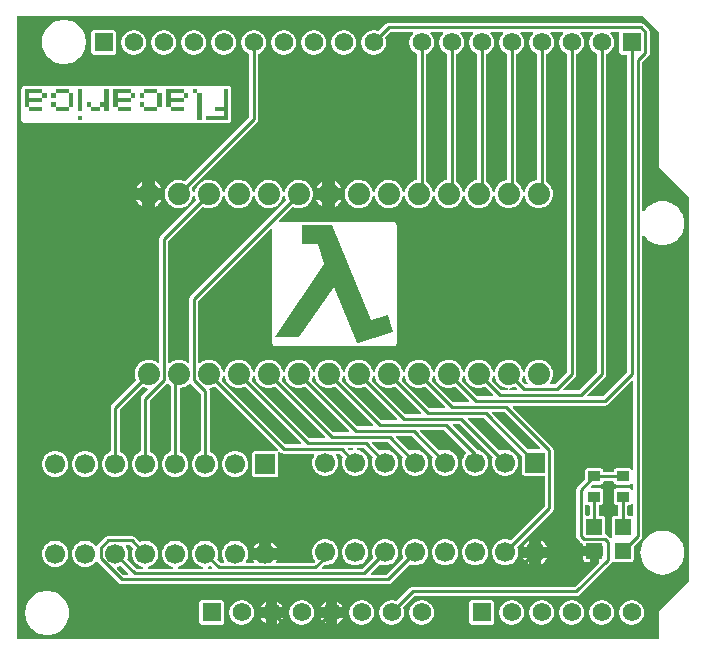
<source format=gtl>
G04 Layer: TopLayer*
G04 EasyEDA v6.5.40, 2024-05-12 15:51:58*
G04 49c0d29adba348579b594a98eefbc0f5,633559c1653544b899bb7edc1c986e09,10*
G04 Gerber Generator version 0.2*
G04 Scale: 100 percent, Rotated: No, Reflected: No *
G04 Dimensions in millimeters *
G04 leading zeros omitted , absolute positions ,4 integer and 5 decimal *
%FSLAX45Y45*%
%MOMM*%

%AMMACRO1*21,1,$1,$2,0,0,$3*%
%ADD10C,0.2540*%
%ADD11R,1.0000X0.8999*%
%ADD12MACRO1,1.35X1.41X0.0000*%
%ADD13R,1.3500X1.4100*%
%ADD14C,1.8796*%
%ADD15R,1.5748X1.5748*%
%ADD16C,1.5748*%
%ADD17R,1.7000X1.7000*%
%ADD18C,1.7000*%
%ADD19C,0.0153*%

%LPD*%
G36*
X48768Y38608D02*
G01*
X44856Y39370D01*
X41605Y41605D01*
X39370Y44856D01*
X38608Y48768D01*
X38608Y5310632D01*
X39370Y5314543D01*
X41605Y5317794D01*
X44856Y5320030D01*
X48768Y5320792D01*
X5331764Y5320792D01*
X5335625Y5320030D01*
X5338927Y5317794D01*
X5470194Y5186527D01*
X5472430Y5183225D01*
X5473192Y5179364D01*
X5473192Y4051706D01*
X5473496Y4047896D01*
X5475528Y4040835D01*
X5478272Y4035958D01*
X5481066Y4032707D01*
X5724194Y3789527D01*
X5726430Y3786225D01*
X5727192Y3782364D01*
X5727192Y535635D01*
X5726430Y531774D01*
X5724194Y528472D01*
X5481066Y285292D01*
X5478576Y282397D01*
X5475020Y275945D01*
X5473496Y270560D01*
X5473192Y266293D01*
X5473192Y48768D01*
X5472430Y44856D01*
X5470194Y41605D01*
X5466943Y39370D01*
X5463032Y38608D01*
G37*

%LPC*%
G36*
X285699Y77012D02*
G01*
X304495Y77012D01*
X323240Y78943D01*
X341680Y82702D01*
X359664Y88341D01*
X376986Y95808D01*
X393446Y104952D01*
X408889Y115671D01*
X423164Y127965D01*
X436168Y141579D01*
X447649Y156514D01*
X457657Y172466D01*
X465937Y189382D01*
X472490Y207060D01*
X477164Y225247D01*
X480059Y243890D01*
X480974Y262686D01*
X480059Y281482D01*
X477164Y300126D01*
X472490Y318312D01*
X465937Y335991D01*
X457657Y352907D01*
X447649Y368858D01*
X436168Y383794D01*
X423164Y397408D01*
X408889Y409701D01*
X393446Y420420D01*
X376986Y429564D01*
X359664Y437032D01*
X341680Y442671D01*
X323240Y446430D01*
X304495Y448360D01*
X285699Y448360D01*
X266954Y446430D01*
X248513Y442671D01*
X230530Y437032D01*
X213207Y429564D01*
X196748Y420420D01*
X181305Y409701D01*
X167030Y397408D01*
X154025Y383794D01*
X142544Y368858D01*
X132537Y352907D01*
X124256Y335991D01*
X117703Y318312D01*
X113030Y300126D01*
X110134Y281482D01*
X109220Y262686D01*
X110134Y243890D01*
X113030Y225247D01*
X117703Y207060D01*
X124256Y189382D01*
X132537Y172466D01*
X142544Y156514D01*
X154025Y141579D01*
X167030Y127965D01*
X181305Y115671D01*
X196748Y104952D01*
X213207Y95808D01*
X230530Y88341D01*
X248513Y82702D01*
X266954Y78943D01*
G37*
G36*
X1943100Y162052D02*
G01*
X1956765Y162966D01*
X1970176Y165658D01*
X1983130Y170027D01*
X1995424Y176072D01*
X2006803Y183692D01*
X2017064Y192735D01*
X2026107Y202996D01*
X2033727Y214375D01*
X2039772Y226669D01*
X2044141Y239623D01*
X2046833Y253034D01*
X2047748Y266700D01*
X2046833Y280365D01*
X2044141Y293776D01*
X2039772Y306730D01*
X2033727Y319024D01*
X2026107Y330403D01*
X2017064Y340664D01*
X2006803Y349707D01*
X1995424Y357327D01*
X1983130Y363372D01*
X1970176Y367741D01*
X1956765Y370433D01*
X1943100Y371348D01*
X1929434Y370433D01*
X1916023Y367741D01*
X1903069Y363372D01*
X1890775Y357327D01*
X1879396Y349707D01*
X1869135Y340664D01*
X1860092Y330403D01*
X1852472Y319024D01*
X1846427Y306730D01*
X1842058Y293776D01*
X1839366Y280365D01*
X1838452Y266700D01*
X1839366Y253034D01*
X1842058Y239623D01*
X1846427Y226669D01*
X1852472Y214375D01*
X1860092Y202996D01*
X1869135Y192735D01*
X1879396Y183692D01*
X1890775Y176072D01*
X1903069Y170027D01*
X1916023Y165658D01*
X1929434Y162966D01*
G37*
G36*
X2451100Y162052D02*
G01*
X2464765Y162966D01*
X2478176Y165658D01*
X2491130Y170027D01*
X2503424Y176072D01*
X2514803Y183692D01*
X2525064Y192735D01*
X2534107Y202996D01*
X2541727Y214375D01*
X2547772Y226669D01*
X2552141Y239623D01*
X2554833Y253034D01*
X2555748Y266700D01*
X2554833Y280365D01*
X2552141Y293776D01*
X2547772Y306730D01*
X2541727Y319024D01*
X2534107Y330403D01*
X2525064Y340664D01*
X2514803Y349707D01*
X2503424Y357327D01*
X2491130Y363372D01*
X2478176Y367741D01*
X2464765Y370433D01*
X2451100Y371348D01*
X2437434Y370433D01*
X2424023Y367741D01*
X2411069Y363372D01*
X2398776Y357327D01*
X2387396Y349707D01*
X2377135Y340664D01*
X2368092Y330403D01*
X2360472Y319024D01*
X2354427Y306730D01*
X2350058Y293776D01*
X2347366Y280365D01*
X2346452Y266700D01*
X2347366Y253034D01*
X2350058Y239623D01*
X2354427Y226669D01*
X2360472Y214375D01*
X2368092Y202996D01*
X2377135Y192735D01*
X2387396Y183692D01*
X2398776Y176072D01*
X2411069Y170027D01*
X2424023Y165658D01*
X2437434Y162966D01*
G37*
G36*
X4737100Y162052D02*
G01*
X4750765Y162966D01*
X4764176Y165658D01*
X4777130Y170027D01*
X4789424Y176072D01*
X4800803Y183692D01*
X4811064Y192735D01*
X4820107Y202996D01*
X4827727Y214375D01*
X4833772Y226669D01*
X4838141Y239623D01*
X4840833Y253034D01*
X4841748Y266700D01*
X4840833Y280365D01*
X4838141Y293776D01*
X4833772Y306730D01*
X4827727Y319024D01*
X4820107Y330403D01*
X4811064Y340664D01*
X4800803Y349707D01*
X4789424Y357327D01*
X4777130Y363372D01*
X4764176Y367741D01*
X4750765Y370433D01*
X4737100Y371348D01*
X4723434Y370433D01*
X4710023Y367741D01*
X4697069Y363372D01*
X4684776Y357327D01*
X4673396Y349707D01*
X4663135Y340664D01*
X4654092Y330403D01*
X4646472Y319024D01*
X4640427Y306730D01*
X4636058Y293776D01*
X4633366Y280365D01*
X4632452Y266700D01*
X4633366Y253034D01*
X4636058Y239623D01*
X4640427Y226669D01*
X4646472Y214375D01*
X4654092Y202996D01*
X4663135Y192735D01*
X4673396Y183692D01*
X4684776Y176072D01*
X4697069Y170027D01*
X4710023Y165658D01*
X4723434Y162966D01*
G37*
G36*
X4229100Y162052D02*
G01*
X4242765Y162966D01*
X4256176Y165658D01*
X4269130Y170027D01*
X4281424Y176072D01*
X4292803Y183692D01*
X4303064Y192735D01*
X4312107Y202996D01*
X4319727Y214375D01*
X4325772Y226669D01*
X4330141Y239623D01*
X4332833Y253034D01*
X4333748Y266700D01*
X4332833Y280365D01*
X4330141Y293776D01*
X4325772Y306730D01*
X4319727Y319024D01*
X4312107Y330403D01*
X4303064Y340664D01*
X4292803Y349707D01*
X4281424Y357327D01*
X4269130Y363372D01*
X4256176Y367741D01*
X4242765Y370433D01*
X4229100Y371348D01*
X4215434Y370433D01*
X4202023Y367741D01*
X4189069Y363372D01*
X4176776Y357327D01*
X4165396Y349707D01*
X4155135Y340664D01*
X4146092Y330403D01*
X4138472Y319024D01*
X4132427Y306730D01*
X4128058Y293776D01*
X4125366Y280365D01*
X4124451Y266700D01*
X4125366Y253034D01*
X4128058Y239623D01*
X4132427Y226669D01*
X4138472Y214375D01*
X4146092Y202996D01*
X4155135Y192735D01*
X4165396Y183692D01*
X4176776Y176072D01*
X4189069Y170027D01*
X4202023Y165658D01*
X4215434Y162966D01*
G37*
G36*
X4483100Y162052D02*
G01*
X4496765Y162966D01*
X4510176Y165658D01*
X4523130Y170027D01*
X4535424Y176072D01*
X4546803Y183692D01*
X4557064Y192735D01*
X4566107Y202996D01*
X4573727Y214375D01*
X4579772Y226669D01*
X4584141Y239623D01*
X4586833Y253034D01*
X4587748Y266700D01*
X4586833Y280365D01*
X4584141Y293776D01*
X4579772Y306730D01*
X4573727Y319024D01*
X4566107Y330403D01*
X4557064Y340664D01*
X4546803Y349707D01*
X4535424Y357327D01*
X4523130Y363372D01*
X4510176Y367741D01*
X4496765Y370433D01*
X4483100Y371348D01*
X4469434Y370433D01*
X4456023Y367741D01*
X4443069Y363372D01*
X4430776Y357327D01*
X4419396Y349707D01*
X4409135Y340664D01*
X4400092Y330403D01*
X4392472Y319024D01*
X4386427Y306730D01*
X4382058Y293776D01*
X4379366Y280365D01*
X4378452Y266700D01*
X4379366Y253034D01*
X4382058Y239623D01*
X4386427Y226669D01*
X4392472Y214375D01*
X4400092Y202996D01*
X4409135Y192735D01*
X4419396Y183692D01*
X4430776Y176072D01*
X4443069Y170027D01*
X4456023Y165658D01*
X4469434Y162966D01*
G37*
G36*
X3467100Y162052D02*
G01*
X3480765Y162966D01*
X3494176Y165658D01*
X3507130Y170027D01*
X3519424Y176072D01*
X3530803Y183692D01*
X3541064Y192735D01*
X3550107Y202996D01*
X3557727Y214375D01*
X3563772Y226669D01*
X3568141Y239623D01*
X3570833Y253034D01*
X3571748Y266700D01*
X3570833Y280365D01*
X3568141Y293776D01*
X3563772Y306730D01*
X3557727Y319024D01*
X3550107Y330403D01*
X3541064Y340664D01*
X3530803Y349707D01*
X3519424Y357327D01*
X3507130Y363372D01*
X3494176Y367741D01*
X3480765Y370433D01*
X3467100Y371348D01*
X3453434Y370433D01*
X3440023Y367741D01*
X3427069Y363372D01*
X3414776Y357327D01*
X3403396Y349707D01*
X3393135Y340664D01*
X3384092Y330403D01*
X3376472Y319024D01*
X3370427Y306730D01*
X3366058Y293776D01*
X3363366Y280365D01*
X3362451Y266700D01*
X3363366Y253034D01*
X3366058Y239623D01*
X3370427Y226669D01*
X3376472Y214375D01*
X3384092Y202996D01*
X3393135Y192735D01*
X3403396Y183692D01*
X3414776Y176072D01*
X3427069Y170027D01*
X3440023Y165658D01*
X3453434Y162966D01*
G37*
G36*
X2959100Y162052D02*
G01*
X2972765Y162966D01*
X2986176Y165658D01*
X2999130Y170027D01*
X3011424Y176072D01*
X3022803Y183692D01*
X3033064Y192735D01*
X3042107Y202996D01*
X3049727Y214375D01*
X3055772Y226669D01*
X3060141Y239623D01*
X3062833Y253034D01*
X3063748Y266700D01*
X3062833Y280365D01*
X3060141Y293776D01*
X3055772Y306730D01*
X3049727Y319024D01*
X3042107Y330403D01*
X3033064Y340664D01*
X3022803Y349707D01*
X3011424Y357327D01*
X2999130Y363372D01*
X2986176Y367741D01*
X2972765Y370433D01*
X2959100Y371348D01*
X2945434Y370433D01*
X2932023Y367741D01*
X2919069Y363372D01*
X2906776Y357327D01*
X2895396Y349707D01*
X2885135Y340664D01*
X2876092Y330403D01*
X2868472Y319024D01*
X2862427Y306730D01*
X2858058Y293776D01*
X2855366Y280365D01*
X2854452Y266700D01*
X2855366Y253034D01*
X2858058Y239623D01*
X2862427Y226669D01*
X2868472Y214375D01*
X2876092Y202996D01*
X2885135Y192735D01*
X2895396Y183692D01*
X2906776Y176072D01*
X2919069Y170027D01*
X2932023Y165658D01*
X2945434Y162966D01*
G37*
G36*
X4991100Y162052D02*
G01*
X5004765Y162966D01*
X5018176Y165658D01*
X5031130Y170027D01*
X5043424Y176072D01*
X5054803Y183692D01*
X5065064Y192735D01*
X5074107Y202996D01*
X5081727Y214375D01*
X5087772Y226669D01*
X5092141Y239623D01*
X5094833Y253034D01*
X5095748Y266700D01*
X5094833Y280365D01*
X5092141Y293776D01*
X5087772Y306730D01*
X5081727Y319024D01*
X5074107Y330403D01*
X5065064Y340664D01*
X5054803Y349707D01*
X5043424Y357327D01*
X5031130Y363372D01*
X5018176Y367741D01*
X5004765Y370433D01*
X4991100Y371348D01*
X4977434Y370433D01*
X4964023Y367741D01*
X4951069Y363372D01*
X4938776Y357327D01*
X4927396Y349707D01*
X4917135Y340664D01*
X4908092Y330403D01*
X4900472Y319024D01*
X4894427Y306730D01*
X4890058Y293776D01*
X4887366Y280365D01*
X4886452Y266700D01*
X4887366Y253034D01*
X4890058Y239623D01*
X4894427Y226669D01*
X4900472Y214375D01*
X4908092Y202996D01*
X4917135Y192735D01*
X4927396Y183692D01*
X4938776Y176072D01*
X4951069Y170027D01*
X4964023Y165658D01*
X4977434Y162966D01*
G37*
G36*
X5245100Y162052D02*
G01*
X5258765Y162966D01*
X5272176Y165658D01*
X5285130Y170027D01*
X5297424Y176072D01*
X5308803Y183692D01*
X5319064Y192735D01*
X5328107Y202996D01*
X5335727Y214375D01*
X5341772Y226669D01*
X5346141Y239623D01*
X5348833Y253034D01*
X5349748Y266700D01*
X5348833Y280365D01*
X5346141Y293776D01*
X5341772Y306730D01*
X5335727Y319024D01*
X5328107Y330403D01*
X5319064Y340664D01*
X5308803Y349707D01*
X5297424Y357327D01*
X5285130Y363372D01*
X5272176Y367741D01*
X5258765Y370433D01*
X5245100Y371348D01*
X5231434Y370433D01*
X5218023Y367741D01*
X5205069Y363372D01*
X5192776Y357327D01*
X5181396Y349707D01*
X5171135Y340664D01*
X5162092Y330403D01*
X5154472Y319024D01*
X5148427Y306730D01*
X5144058Y293776D01*
X5141366Y280365D01*
X5140452Y266700D01*
X5141366Y253034D01*
X5144058Y239623D01*
X5148427Y226669D01*
X5154472Y214375D01*
X5162092Y202996D01*
X5171135Y192735D01*
X5181396Y183692D01*
X5192776Y176072D01*
X5205069Y170027D01*
X5218023Y165658D01*
X5231434Y162966D01*
G37*
G36*
X1610918Y162052D02*
G01*
X1767281Y162052D01*
X1773580Y162763D01*
X1779066Y164693D01*
X1783943Y167741D01*
X1788058Y171856D01*
X1791106Y176733D01*
X1793036Y182219D01*
X1793748Y188518D01*
X1793748Y344881D01*
X1793036Y351180D01*
X1791106Y356666D01*
X1788058Y361543D01*
X1783943Y365658D01*
X1779066Y368706D01*
X1773580Y370636D01*
X1767281Y371348D01*
X1610918Y371348D01*
X1604619Y370636D01*
X1599133Y368706D01*
X1594256Y365658D01*
X1590141Y361543D01*
X1587093Y356666D01*
X1585163Y351180D01*
X1584452Y344881D01*
X1584452Y188518D01*
X1585163Y182219D01*
X1587093Y176733D01*
X1590141Y171856D01*
X1594256Y167741D01*
X1599133Y164693D01*
X1604619Y162763D01*
G37*
G36*
X3896918Y162052D02*
G01*
X4053281Y162052D01*
X4059580Y162763D01*
X4065066Y164693D01*
X4069943Y167741D01*
X4074058Y171856D01*
X4077106Y176733D01*
X4079036Y182219D01*
X4079748Y188518D01*
X4079748Y344881D01*
X4079036Y351180D01*
X4077106Y356666D01*
X4074058Y361543D01*
X4069943Y365658D01*
X4065066Y368706D01*
X4059580Y370636D01*
X4053281Y371348D01*
X3896918Y371348D01*
X3890619Y370636D01*
X3885133Y368706D01*
X3880256Y365658D01*
X3876141Y361543D01*
X3873093Y356666D01*
X3871163Y351180D01*
X3870451Y344881D01*
X3870451Y188518D01*
X3871163Y182219D01*
X3873093Y176733D01*
X3876141Y171856D01*
X3880256Y167741D01*
X3885133Y164693D01*
X3890619Y162763D01*
G37*
G36*
X3213100Y162052D02*
G01*
X3226765Y162966D01*
X3240176Y165658D01*
X3253130Y170027D01*
X3265424Y176072D01*
X3276803Y183692D01*
X3287064Y192735D01*
X3296107Y202996D01*
X3303727Y214375D01*
X3309772Y226669D01*
X3314141Y239623D01*
X3316833Y253034D01*
X3317748Y266700D01*
X3316833Y280365D01*
X3314141Y293776D01*
X3311296Y302260D01*
X3310737Y305968D01*
X3311601Y309626D01*
X3313734Y312724D01*
X3403904Y402894D01*
X3407206Y405130D01*
X3411118Y405892D01*
X4774692Y405892D01*
X4782718Y406704D01*
X4789932Y408889D01*
X4796637Y412445D01*
X4802835Y417576D01*
X5068824Y683564D01*
X5073954Y689762D01*
X5075072Y691845D01*
X5077714Y695045D01*
X5081422Y696874D01*
X5085588Y697128D01*
X5090210Y695198D01*
X5095646Y693318D01*
X5101945Y692607D01*
X5235854Y692607D01*
X5242153Y693318D01*
X5247589Y695198D01*
X5252516Y698296D01*
X5256580Y702360D01*
X5259679Y707288D01*
X5261610Y712724D01*
X5262321Y719074D01*
X5262321Y823518D01*
X5263083Y827430D01*
X5265267Y830732D01*
X5322824Y888288D01*
X5327954Y894486D01*
X5331510Y901192D01*
X5333695Y908405D01*
X5334508Y916432D01*
X5334508Y3450031D01*
X5335371Y3454146D01*
X5337810Y3457549D01*
X5341366Y3459683D01*
X5345531Y3460191D01*
X5349544Y3458972D01*
X5352694Y3456279D01*
X5364022Y3441598D01*
X5377027Y3427984D01*
X5391302Y3415690D01*
X5406745Y3404971D01*
X5423204Y3395827D01*
X5440527Y3388360D01*
X5458510Y3382721D01*
X5476951Y3378962D01*
X5495696Y3377031D01*
X5514492Y3377031D01*
X5533237Y3378962D01*
X5551678Y3382721D01*
X5569661Y3388360D01*
X5586984Y3395827D01*
X5603443Y3404971D01*
X5618886Y3415690D01*
X5633161Y3427984D01*
X5646166Y3441598D01*
X5657646Y3456533D01*
X5667654Y3472484D01*
X5675934Y3489401D01*
X5682488Y3507079D01*
X5687161Y3525265D01*
X5690057Y3543909D01*
X5690971Y3562705D01*
X5690057Y3581501D01*
X5687161Y3600145D01*
X5682488Y3618331D01*
X5675934Y3636010D01*
X5667654Y3652926D01*
X5657646Y3668877D01*
X5646166Y3683812D01*
X5633161Y3697427D01*
X5618886Y3709720D01*
X5603443Y3720439D01*
X5586984Y3729583D01*
X5569661Y3737051D01*
X5551678Y3742690D01*
X5533237Y3746449D01*
X5514492Y3748379D01*
X5495696Y3748379D01*
X5476951Y3746449D01*
X5458510Y3742690D01*
X5440527Y3737051D01*
X5423204Y3729583D01*
X5406745Y3720439D01*
X5391302Y3709720D01*
X5377027Y3697427D01*
X5364022Y3683812D01*
X5352694Y3669131D01*
X5349544Y3666439D01*
X5345531Y3665220D01*
X5341366Y3665728D01*
X5337810Y3667861D01*
X5335371Y3671265D01*
X5334508Y3675379D01*
X5334508Y4920081D01*
X5335270Y4923993D01*
X5337505Y4927295D01*
X5386324Y4976164D01*
X5391454Y4982362D01*
X5395010Y4989068D01*
X5397195Y4996281D01*
X5398008Y5004308D01*
X5398008Y5181092D01*
X5397195Y5189118D01*
X5395010Y5196332D01*
X5391454Y5203037D01*
X5386324Y5209235D01*
X5348935Y5246624D01*
X5342737Y5251754D01*
X5336032Y5255310D01*
X5328818Y5257495D01*
X5320792Y5258308D01*
X3188208Y5258308D01*
X3180181Y5257495D01*
X3172968Y5255310D01*
X3166262Y5251754D01*
X3160064Y5246624D01*
X3106724Y5193334D01*
X3103626Y5191201D01*
X3099968Y5190337D01*
X3096260Y5190896D01*
X3087776Y5193741D01*
X3074365Y5196433D01*
X3060700Y5197348D01*
X3047034Y5196433D01*
X3033623Y5193741D01*
X3020669Y5189372D01*
X3008376Y5183327D01*
X2996996Y5175707D01*
X2986735Y5166664D01*
X2977692Y5156403D01*
X2970072Y5145024D01*
X2964027Y5132730D01*
X2959658Y5119776D01*
X2956966Y5106365D01*
X2956052Y5092700D01*
X2956966Y5079034D01*
X2959658Y5065623D01*
X2964027Y5052669D01*
X2970072Y5040376D01*
X2977692Y5028996D01*
X2986735Y5018735D01*
X2996996Y5009692D01*
X3008376Y5002072D01*
X3020669Y4996027D01*
X3033623Y4991658D01*
X3047034Y4988966D01*
X3060700Y4988052D01*
X3074365Y4988966D01*
X3087776Y4991658D01*
X3100730Y4996027D01*
X3113024Y5002072D01*
X3124403Y5009692D01*
X3134664Y5018735D01*
X3143707Y5028996D01*
X3151327Y5040376D01*
X3157372Y5052669D01*
X3161741Y5065623D01*
X3164433Y5079034D01*
X3165348Y5092700D01*
X3164433Y5106365D01*
X3161741Y5119776D01*
X3158896Y5128260D01*
X3158337Y5131968D01*
X3159201Y5135626D01*
X3161334Y5138724D01*
X3200704Y5178094D01*
X3204006Y5180330D01*
X3207918Y5181092D01*
X3383330Y5181092D01*
X3387140Y5180380D01*
X3390341Y5178247D01*
X3392576Y5175148D01*
X3393490Y5171389D01*
X3392932Y5167579D01*
X3390950Y5164226D01*
X3384092Y5156403D01*
X3376472Y5145024D01*
X3370427Y5132730D01*
X3366058Y5119776D01*
X3363366Y5106365D01*
X3362451Y5092700D01*
X3363366Y5079034D01*
X3366058Y5065623D01*
X3370427Y5052669D01*
X3376472Y5040376D01*
X3384092Y5028996D01*
X3393135Y5018735D01*
X3403396Y5009692D01*
X3414776Y5002072D01*
X3422802Y4998110D01*
X3425799Y4995875D01*
X3427780Y4992674D01*
X3428492Y4989017D01*
X3428492Y3937762D01*
X3427933Y3934409D01*
X3426256Y3931412D01*
X3423665Y3929126D01*
X3420516Y3927856D01*
X3408883Y3925315D01*
X3394964Y3920388D01*
X3381756Y3913835D01*
X3369462Y3905656D01*
X3358235Y3896055D01*
X3348329Y3885133D01*
X3339795Y3873093D01*
X3332784Y3860088D01*
X3327450Y3846322D01*
X3324555Y3834637D01*
X3322878Y3831132D01*
X3319983Y3828491D01*
X3316325Y3827119D01*
X3312414Y3827221D01*
X3308858Y3828796D01*
X3306114Y3831640D01*
X3304692Y3835247D01*
X3303930Y3839260D01*
X3299460Y3853281D01*
X3293313Y3866692D01*
X3285540Y3879240D01*
X3276295Y3890772D01*
X3265678Y3901033D01*
X3253892Y3909923D01*
X3241141Y3917289D01*
X3227527Y3923080D01*
X3213354Y3927094D01*
X3198774Y3929379D01*
X3183991Y3929837D01*
X3169310Y3928465D01*
X3154883Y3925315D01*
X3140964Y3920388D01*
X3127756Y3913835D01*
X3115462Y3905656D01*
X3104235Y3896055D01*
X3094329Y3885133D01*
X3085795Y3873093D01*
X3078784Y3860088D01*
X3073450Y3846322D01*
X3070555Y3834637D01*
X3068878Y3831132D01*
X3065983Y3828491D01*
X3062325Y3827119D01*
X3058414Y3827221D01*
X3054858Y3828796D01*
X3052114Y3831640D01*
X3050692Y3835247D01*
X3049930Y3839260D01*
X3045460Y3853281D01*
X3039313Y3866692D01*
X3031540Y3879240D01*
X3022295Y3890772D01*
X3011678Y3901033D01*
X2999892Y3909923D01*
X2987141Y3917289D01*
X2973527Y3923080D01*
X2959354Y3927094D01*
X2944774Y3929379D01*
X2929991Y3929837D01*
X2915310Y3928465D01*
X2900883Y3925315D01*
X2886964Y3920388D01*
X2873756Y3913835D01*
X2861462Y3905656D01*
X2850235Y3896055D01*
X2840329Y3885133D01*
X2831795Y3873093D01*
X2824784Y3860088D01*
X2819450Y3846322D01*
X2815894Y3832047D01*
X2814066Y3817365D01*
X2814066Y3802634D01*
X2815894Y3787952D01*
X2819450Y3773678D01*
X2824784Y3759911D01*
X2831795Y3746906D01*
X2840329Y3734866D01*
X2850235Y3723944D01*
X2861462Y3714343D01*
X2873756Y3706215D01*
X2886964Y3699611D01*
X2900883Y3694734D01*
X2915310Y3691534D01*
X2929991Y3690213D01*
X2944774Y3690620D01*
X2959354Y3692906D01*
X2973527Y3696970D01*
X2987141Y3702710D01*
X2999892Y3710076D01*
X3011678Y3718966D01*
X3022295Y3729228D01*
X3031540Y3740759D01*
X3039313Y3753307D01*
X3045460Y3766718D01*
X3049930Y3780790D01*
X3050692Y3784752D01*
X3052114Y3788359D01*
X3054858Y3791204D01*
X3058414Y3792778D01*
X3062325Y3792880D01*
X3065983Y3791559D01*
X3068878Y3788867D01*
X3070555Y3785362D01*
X3073450Y3773678D01*
X3078784Y3759911D01*
X3085795Y3746906D01*
X3094329Y3734866D01*
X3104235Y3723944D01*
X3115462Y3714343D01*
X3127756Y3706215D01*
X3140964Y3699611D01*
X3154883Y3694734D01*
X3169310Y3691534D01*
X3183991Y3690213D01*
X3198774Y3690620D01*
X3213354Y3692906D01*
X3227527Y3696970D01*
X3241141Y3702710D01*
X3253892Y3710076D01*
X3265678Y3718966D01*
X3276295Y3729228D01*
X3285540Y3740759D01*
X3293313Y3753307D01*
X3299460Y3766718D01*
X3303930Y3780790D01*
X3304692Y3784752D01*
X3306114Y3788359D01*
X3308858Y3791204D01*
X3312414Y3792778D01*
X3316325Y3792880D01*
X3319983Y3791559D01*
X3322878Y3788867D01*
X3324555Y3785362D01*
X3327450Y3773678D01*
X3332784Y3759911D01*
X3339795Y3746906D01*
X3348329Y3734866D01*
X3358235Y3723944D01*
X3369462Y3714343D01*
X3381756Y3706215D01*
X3394964Y3699611D01*
X3408883Y3694734D01*
X3423310Y3691534D01*
X3437991Y3690213D01*
X3452774Y3690620D01*
X3467354Y3692906D01*
X3481527Y3696970D01*
X3495141Y3702710D01*
X3507892Y3710076D01*
X3519678Y3718966D01*
X3530295Y3729228D01*
X3539540Y3740759D01*
X3547313Y3753307D01*
X3553460Y3766718D01*
X3557930Y3780790D01*
X3558692Y3784752D01*
X3560114Y3788359D01*
X3562858Y3791204D01*
X3566414Y3792778D01*
X3570325Y3792880D01*
X3573983Y3791559D01*
X3576878Y3788867D01*
X3578555Y3785362D01*
X3581450Y3773678D01*
X3586784Y3759911D01*
X3593795Y3746906D01*
X3602329Y3734866D01*
X3612235Y3723944D01*
X3623462Y3714343D01*
X3635756Y3706215D01*
X3648964Y3699611D01*
X3662883Y3694734D01*
X3677310Y3691534D01*
X3691991Y3690213D01*
X3706774Y3690620D01*
X3721354Y3692906D01*
X3735527Y3696970D01*
X3749141Y3702710D01*
X3761892Y3710076D01*
X3773678Y3718966D01*
X3784295Y3729228D01*
X3793540Y3740759D01*
X3801313Y3753307D01*
X3807460Y3766718D01*
X3811930Y3780790D01*
X3812692Y3784752D01*
X3814114Y3788359D01*
X3816858Y3791204D01*
X3820414Y3792778D01*
X3824325Y3792880D01*
X3827983Y3791559D01*
X3830878Y3788867D01*
X3832555Y3785362D01*
X3835450Y3773678D01*
X3840784Y3759911D01*
X3847795Y3746906D01*
X3856329Y3734866D01*
X3866235Y3723944D01*
X3877462Y3714343D01*
X3889756Y3706215D01*
X3902964Y3699611D01*
X3916883Y3694734D01*
X3931310Y3691534D01*
X3945991Y3690213D01*
X3960774Y3690620D01*
X3975354Y3692906D01*
X3989527Y3696970D01*
X4003141Y3702710D01*
X4015892Y3710076D01*
X4027678Y3718966D01*
X4038295Y3729228D01*
X4047540Y3740759D01*
X4055313Y3753307D01*
X4061460Y3766718D01*
X4065930Y3780790D01*
X4066743Y3784955D01*
X4068216Y3788613D01*
X4070959Y3791458D01*
X4074566Y3793032D01*
X4078528Y3793083D01*
X4082237Y3791610D01*
X4085082Y3788867D01*
X4086656Y3785260D01*
X4088384Y3777183D01*
X4093311Y3763264D01*
X4099915Y3750056D01*
X4108043Y3737762D01*
X4117644Y3726535D01*
X4128566Y3716629D01*
X4140606Y3708095D01*
X4153611Y3701084D01*
X4167378Y3695750D01*
X4181652Y3692194D01*
X4196334Y3690365D01*
X4211066Y3690365D01*
X4225747Y3692194D01*
X4240022Y3695750D01*
X4253788Y3701084D01*
X4266793Y3708095D01*
X4278833Y3716629D01*
X4289755Y3726535D01*
X4299356Y3737762D01*
X4307484Y3750056D01*
X4314088Y3763264D01*
X4319016Y3777183D01*
X4320794Y3785362D01*
X4322318Y3788918D01*
X4325112Y3791661D01*
X4328769Y3793134D01*
X4332630Y3793134D01*
X4336288Y3791661D01*
X4339082Y3788918D01*
X4340606Y3785362D01*
X4342384Y3777183D01*
X4347311Y3763264D01*
X4353915Y3750056D01*
X4362043Y3737762D01*
X4371644Y3726535D01*
X4382566Y3716629D01*
X4394606Y3708095D01*
X4407611Y3701084D01*
X4421378Y3695750D01*
X4435652Y3692194D01*
X4450334Y3690365D01*
X4465066Y3690365D01*
X4479747Y3692194D01*
X4494022Y3695750D01*
X4507788Y3701084D01*
X4520793Y3708095D01*
X4532833Y3716629D01*
X4543755Y3726535D01*
X4553356Y3737762D01*
X4561484Y3750056D01*
X4568088Y3763264D01*
X4573016Y3777183D01*
X4576165Y3791610D01*
X4577537Y3806291D01*
X4577080Y3821074D01*
X4574794Y3835654D01*
X4570730Y3849827D01*
X4564989Y3863441D01*
X4557623Y3876192D01*
X4548733Y3887978D01*
X4538472Y3898595D01*
X4526534Y3908094D01*
X4523943Y3910380D01*
X4522266Y3913378D01*
X4521708Y3916730D01*
X4521708Y4989017D01*
X4522419Y4992674D01*
X4524400Y4995875D01*
X4527397Y4998110D01*
X4535424Y5002072D01*
X4546803Y5009692D01*
X4557064Y5018735D01*
X4566107Y5028996D01*
X4573727Y5040376D01*
X4579772Y5052669D01*
X4584141Y5065623D01*
X4586833Y5079034D01*
X4587748Y5092700D01*
X4586833Y5106365D01*
X4584141Y5119776D01*
X4579772Y5132730D01*
X4573727Y5145024D01*
X4566107Y5156403D01*
X4559249Y5164226D01*
X4557268Y5167579D01*
X4556709Y5171389D01*
X4557623Y5175148D01*
X4559858Y5178247D01*
X4563059Y5180380D01*
X4566869Y5181092D01*
X4653330Y5181092D01*
X4657140Y5180380D01*
X4660341Y5178247D01*
X4662576Y5175148D01*
X4663490Y5171389D01*
X4662932Y5167579D01*
X4660950Y5164226D01*
X4654092Y5156403D01*
X4646472Y5145024D01*
X4640427Y5132730D01*
X4636058Y5119776D01*
X4633366Y5106365D01*
X4632452Y5092700D01*
X4633366Y5079034D01*
X4636058Y5065623D01*
X4640427Y5052669D01*
X4646472Y5040376D01*
X4654092Y5028996D01*
X4663135Y5018735D01*
X4673396Y5009692D01*
X4684776Y5002072D01*
X4692802Y4998110D01*
X4695799Y4995875D01*
X4697780Y4992674D01*
X4698492Y4989017D01*
X4698492Y2306218D01*
X4697730Y2302306D01*
X4695494Y2299004D01*
X4597095Y2200605D01*
X4593793Y2198370D01*
X4589881Y2197608D01*
X4561586Y2197608D01*
X4557318Y2198522D01*
X4553864Y2201164D01*
X4551781Y2204974D01*
X4551527Y2209342D01*
X4553102Y2213356D01*
X4561484Y2226056D01*
X4568088Y2239264D01*
X4573016Y2253183D01*
X4576165Y2267610D01*
X4577537Y2282291D01*
X4577080Y2297074D01*
X4574794Y2311654D01*
X4570730Y2325827D01*
X4564989Y2339441D01*
X4557623Y2352192D01*
X4548733Y2363978D01*
X4538472Y2374595D01*
X4526940Y2383840D01*
X4514392Y2391613D01*
X4500981Y2397760D01*
X4486960Y2402230D01*
X4472432Y2404973D01*
X4457700Y2405888D01*
X4442968Y2404973D01*
X4428439Y2402230D01*
X4414418Y2397760D01*
X4401007Y2391613D01*
X4388459Y2383840D01*
X4376928Y2374595D01*
X4366666Y2363978D01*
X4357776Y2352192D01*
X4350410Y2339441D01*
X4344670Y2325827D01*
X4340453Y2311196D01*
X4338421Y2307336D01*
X4334967Y2304745D01*
X4330700Y2303780D01*
X4326432Y2304745D01*
X4322978Y2307336D01*
X4320946Y2311196D01*
X4316730Y2325827D01*
X4310989Y2339441D01*
X4303623Y2352192D01*
X4294733Y2363978D01*
X4284472Y2374595D01*
X4272940Y2383840D01*
X4260392Y2391613D01*
X4246981Y2397760D01*
X4232960Y2402230D01*
X4218432Y2404973D01*
X4203700Y2405888D01*
X4188968Y2404973D01*
X4174439Y2402230D01*
X4160418Y2397760D01*
X4147007Y2391613D01*
X4134459Y2383840D01*
X4122928Y2374595D01*
X4112666Y2363978D01*
X4103776Y2352192D01*
X4096410Y2339441D01*
X4090670Y2325827D01*
X4086453Y2311196D01*
X4084421Y2307336D01*
X4080967Y2304745D01*
X4076700Y2303780D01*
X4072432Y2304745D01*
X4068978Y2307336D01*
X4066946Y2311196D01*
X4062729Y2325827D01*
X4056989Y2339441D01*
X4049623Y2352192D01*
X4040733Y2363978D01*
X4030472Y2374595D01*
X4018940Y2383840D01*
X4006392Y2391613D01*
X3992981Y2397760D01*
X3978960Y2402230D01*
X3964432Y2404973D01*
X3949700Y2405888D01*
X3934968Y2404973D01*
X3920439Y2402230D01*
X3906418Y2397760D01*
X3893007Y2391613D01*
X3880459Y2383840D01*
X3868928Y2374595D01*
X3858666Y2363978D01*
X3849776Y2352192D01*
X3842410Y2339441D01*
X3836670Y2325827D01*
X3832453Y2311196D01*
X3830421Y2307336D01*
X3826967Y2304745D01*
X3822700Y2303780D01*
X3818432Y2304745D01*
X3814978Y2307336D01*
X3812946Y2311196D01*
X3808729Y2325827D01*
X3802989Y2339441D01*
X3795623Y2352192D01*
X3786733Y2363978D01*
X3776472Y2374595D01*
X3764940Y2383840D01*
X3752392Y2391613D01*
X3738981Y2397760D01*
X3724960Y2402230D01*
X3710432Y2404973D01*
X3695700Y2405888D01*
X3680968Y2404973D01*
X3666439Y2402230D01*
X3652418Y2397760D01*
X3639007Y2391613D01*
X3626459Y2383840D01*
X3614928Y2374595D01*
X3604666Y2363978D01*
X3595776Y2352192D01*
X3588410Y2339441D01*
X3582670Y2325827D01*
X3578453Y2311196D01*
X3576421Y2307336D01*
X3572967Y2304745D01*
X3568700Y2303780D01*
X3564432Y2304745D01*
X3560978Y2307336D01*
X3558946Y2311196D01*
X3554729Y2325827D01*
X3548989Y2339441D01*
X3541623Y2352192D01*
X3532733Y2363978D01*
X3522472Y2374595D01*
X3510940Y2383840D01*
X3498392Y2391613D01*
X3484981Y2397760D01*
X3470960Y2402230D01*
X3456432Y2404973D01*
X3441700Y2405888D01*
X3426968Y2404973D01*
X3412439Y2402230D01*
X3398418Y2397760D01*
X3385007Y2391613D01*
X3372459Y2383840D01*
X3360928Y2374595D01*
X3350666Y2363978D01*
X3341776Y2352192D01*
X3334410Y2339441D01*
X3328670Y2325827D01*
X3324453Y2311196D01*
X3322421Y2307336D01*
X3318967Y2304745D01*
X3314700Y2303780D01*
X3310432Y2304745D01*
X3306978Y2307336D01*
X3304946Y2311196D01*
X3300729Y2325827D01*
X3294989Y2339441D01*
X3287623Y2352192D01*
X3278733Y2363978D01*
X3268472Y2374595D01*
X3256940Y2383840D01*
X3244392Y2391613D01*
X3230981Y2397760D01*
X3216960Y2402230D01*
X3202432Y2404973D01*
X3187700Y2405888D01*
X3172968Y2404973D01*
X3158439Y2402230D01*
X3144418Y2397760D01*
X3131007Y2391613D01*
X3118459Y2383840D01*
X3106928Y2374595D01*
X3096666Y2363978D01*
X3087776Y2352192D01*
X3080410Y2339441D01*
X3074670Y2325827D01*
X3070453Y2311196D01*
X3068421Y2307336D01*
X3064967Y2304745D01*
X3060700Y2303780D01*
X3056432Y2304745D01*
X3052978Y2307336D01*
X3050946Y2311196D01*
X3046730Y2325827D01*
X3040989Y2339441D01*
X3033623Y2352192D01*
X3024733Y2363978D01*
X3014472Y2374595D01*
X3002940Y2383840D01*
X2990392Y2391613D01*
X2976981Y2397760D01*
X2962960Y2402230D01*
X2948432Y2404973D01*
X2933700Y2405888D01*
X2918968Y2404973D01*
X2904439Y2402230D01*
X2890418Y2397760D01*
X2877007Y2391613D01*
X2864459Y2383840D01*
X2852928Y2374595D01*
X2842666Y2363978D01*
X2833776Y2352192D01*
X2826410Y2339441D01*
X2820670Y2325827D01*
X2816453Y2311196D01*
X2814421Y2307336D01*
X2810967Y2304745D01*
X2806700Y2303780D01*
X2802432Y2304745D01*
X2798978Y2307336D01*
X2796946Y2311196D01*
X2792730Y2325827D01*
X2786989Y2339441D01*
X2779623Y2352192D01*
X2770733Y2363978D01*
X2760472Y2374595D01*
X2748940Y2383840D01*
X2736392Y2391613D01*
X2722981Y2397760D01*
X2708960Y2402230D01*
X2694432Y2404973D01*
X2679700Y2405888D01*
X2664968Y2404973D01*
X2650439Y2402230D01*
X2636418Y2397760D01*
X2623007Y2391613D01*
X2610459Y2383840D01*
X2598928Y2374595D01*
X2588666Y2363978D01*
X2579776Y2352192D01*
X2572410Y2339441D01*
X2566670Y2325827D01*
X2562453Y2311196D01*
X2560421Y2307336D01*
X2556967Y2304745D01*
X2552700Y2303780D01*
X2548432Y2304745D01*
X2544978Y2307336D01*
X2542946Y2311196D01*
X2538730Y2325827D01*
X2532989Y2339441D01*
X2525623Y2352192D01*
X2516733Y2363978D01*
X2506472Y2374595D01*
X2494940Y2383840D01*
X2482392Y2391613D01*
X2468981Y2397760D01*
X2454960Y2402230D01*
X2440432Y2404973D01*
X2425700Y2405888D01*
X2410968Y2404973D01*
X2396439Y2402230D01*
X2382418Y2397760D01*
X2369007Y2391613D01*
X2356459Y2383840D01*
X2344928Y2374595D01*
X2334666Y2363978D01*
X2325776Y2352192D01*
X2318410Y2339441D01*
X2312670Y2325827D01*
X2308453Y2311196D01*
X2306421Y2307336D01*
X2302967Y2304745D01*
X2298700Y2303780D01*
X2294432Y2304745D01*
X2290978Y2307336D01*
X2288946Y2311196D01*
X2284730Y2325827D01*
X2278989Y2339441D01*
X2271623Y2352192D01*
X2262733Y2363978D01*
X2252472Y2374595D01*
X2240940Y2383840D01*
X2228392Y2391613D01*
X2214981Y2397760D01*
X2200960Y2402230D01*
X2186432Y2404973D01*
X2171700Y2405888D01*
X2156968Y2404973D01*
X2142439Y2402230D01*
X2128418Y2397760D01*
X2115007Y2391613D01*
X2102459Y2383840D01*
X2090928Y2374595D01*
X2080666Y2363978D01*
X2071776Y2352192D01*
X2064410Y2339441D01*
X2058670Y2325827D01*
X2054453Y2311196D01*
X2052421Y2307336D01*
X2048967Y2304745D01*
X2044700Y2303780D01*
X2040432Y2304745D01*
X2036978Y2307336D01*
X2034946Y2311196D01*
X2030730Y2325827D01*
X2024989Y2339441D01*
X2017623Y2352192D01*
X2008733Y2363978D01*
X1998472Y2374595D01*
X1986940Y2383840D01*
X1974392Y2391613D01*
X1960981Y2397760D01*
X1946960Y2402230D01*
X1932432Y2404973D01*
X1917700Y2405888D01*
X1902968Y2404973D01*
X1888439Y2402230D01*
X1874418Y2397760D01*
X1861007Y2391613D01*
X1848459Y2383840D01*
X1836928Y2374595D01*
X1826666Y2363978D01*
X1817776Y2352192D01*
X1810410Y2339441D01*
X1804670Y2325827D01*
X1800453Y2311196D01*
X1798421Y2307336D01*
X1794967Y2304745D01*
X1790700Y2303780D01*
X1786432Y2304745D01*
X1782978Y2307336D01*
X1780946Y2311196D01*
X1776730Y2325827D01*
X1770989Y2339441D01*
X1763623Y2352192D01*
X1754733Y2363978D01*
X1744472Y2374595D01*
X1732940Y2383840D01*
X1720392Y2391613D01*
X1706981Y2397760D01*
X1692960Y2402230D01*
X1678432Y2404973D01*
X1663700Y2405888D01*
X1648968Y2404973D01*
X1634439Y2402230D01*
X1620418Y2397760D01*
X1607007Y2391613D01*
X1594459Y2383840D01*
X1591818Y2381758D01*
X1588516Y2379980D01*
X1584756Y2379522D01*
X1581099Y2380488D01*
X1578051Y2382723D01*
X1576019Y2385923D01*
X1575308Y2389682D01*
X1575308Y2900781D01*
X1576070Y2904693D01*
X1578305Y2907995D01*
X2184501Y3514191D01*
X2187752Y3516376D01*
X2191664Y3517137D01*
X2195576Y3516376D01*
X2198827Y3514191D01*
X2201062Y3510889D01*
X2201824Y3506978D01*
X2201824Y2547569D01*
X2202535Y2541219D01*
X2204466Y2535783D01*
X2207514Y2530856D01*
X2211628Y2526792D01*
X2216505Y2523693D01*
X2221992Y2521762D01*
X2228291Y2521051D01*
X3227171Y2521051D01*
X3233470Y2521762D01*
X3238957Y2523693D01*
X3243834Y2526792D01*
X3247948Y2530856D01*
X3250996Y2535783D01*
X3252927Y2541219D01*
X3253638Y2547569D01*
X3253638Y3546398D01*
X3252927Y3552748D01*
X3250996Y3558184D01*
X3247948Y3563112D01*
X3243834Y3567176D01*
X3238957Y3570274D01*
X3233470Y3572154D01*
X3227171Y3572865D01*
X2267712Y3572865D01*
X2263851Y3573678D01*
X2260549Y3575862D01*
X2258314Y3579164D01*
X2257552Y3583025D01*
X2258314Y3586937D01*
X2260549Y3590239D01*
X2367737Y3697478D01*
X2370886Y3699611D01*
X2374595Y3700424D01*
X2378303Y3699865D01*
X2392883Y3694684D01*
X2407310Y3691534D01*
X2421991Y3690213D01*
X2436774Y3690620D01*
X2451354Y3692906D01*
X2465527Y3696970D01*
X2479141Y3702710D01*
X2491892Y3710076D01*
X2503678Y3718966D01*
X2514295Y3729228D01*
X2523540Y3740759D01*
X2531313Y3753307D01*
X2537460Y3766718D01*
X2541930Y3780790D01*
X2544673Y3795268D01*
X2545588Y3810000D01*
X2544673Y3824732D01*
X2541930Y3839260D01*
X2537460Y3853281D01*
X2531313Y3866692D01*
X2523540Y3879240D01*
X2514295Y3890772D01*
X2503678Y3901033D01*
X2491892Y3909923D01*
X2479141Y3917289D01*
X2465527Y3923080D01*
X2451354Y3927094D01*
X2436774Y3929379D01*
X2421991Y3929837D01*
X2407310Y3928465D01*
X2392883Y3925315D01*
X2378964Y3920388D01*
X2365756Y3913835D01*
X2353462Y3905656D01*
X2342235Y3896055D01*
X2332329Y3885133D01*
X2323795Y3873093D01*
X2316784Y3860088D01*
X2311450Y3846322D01*
X2308555Y3834637D01*
X2306878Y3831132D01*
X2303983Y3828491D01*
X2300325Y3827119D01*
X2296414Y3827221D01*
X2292858Y3828796D01*
X2290114Y3831640D01*
X2288692Y3835247D01*
X2287930Y3839260D01*
X2283460Y3853281D01*
X2277313Y3866692D01*
X2269540Y3879240D01*
X2260295Y3890772D01*
X2249678Y3901033D01*
X2237892Y3909923D01*
X2225141Y3917289D01*
X2211527Y3923080D01*
X2197354Y3927094D01*
X2182774Y3929379D01*
X2167991Y3929837D01*
X2153310Y3928465D01*
X2138883Y3925315D01*
X2124964Y3920388D01*
X2111756Y3913835D01*
X2099462Y3905656D01*
X2088235Y3896055D01*
X2078329Y3885133D01*
X2069795Y3873093D01*
X2062784Y3860088D01*
X2057450Y3846322D01*
X2054555Y3834637D01*
X2052878Y3831132D01*
X2049983Y3828491D01*
X2046325Y3827119D01*
X2042414Y3827221D01*
X2038857Y3828796D01*
X2036114Y3831640D01*
X2034692Y3835247D01*
X2033930Y3839260D01*
X2029460Y3853281D01*
X2023313Y3866692D01*
X2015540Y3879240D01*
X2006295Y3890772D01*
X1995678Y3901033D01*
X1983892Y3909923D01*
X1971141Y3917289D01*
X1957527Y3923080D01*
X1943354Y3927094D01*
X1928774Y3929379D01*
X1913991Y3929837D01*
X1899310Y3928465D01*
X1884883Y3925315D01*
X1870964Y3920388D01*
X1857756Y3913835D01*
X1845462Y3905656D01*
X1834235Y3896055D01*
X1824329Y3885133D01*
X1815795Y3873093D01*
X1808784Y3860088D01*
X1803450Y3846322D01*
X1800555Y3834637D01*
X1798878Y3831132D01*
X1795983Y3828491D01*
X1792325Y3827119D01*
X1788414Y3827221D01*
X1784857Y3828796D01*
X1782114Y3831640D01*
X1780692Y3835247D01*
X1779930Y3839260D01*
X1775460Y3853281D01*
X1769313Y3866692D01*
X1761540Y3879240D01*
X1752295Y3890772D01*
X1741678Y3901033D01*
X1729892Y3909923D01*
X1717141Y3917289D01*
X1703527Y3923080D01*
X1689354Y3927094D01*
X1674774Y3929379D01*
X1659991Y3929837D01*
X1645310Y3928465D01*
X1630883Y3925315D01*
X1616964Y3920388D01*
X1603756Y3913835D01*
X1591462Y3905656D01*
X1580235Y3896055D01*
X1570329Y3885133D01*
X1561795Y3873093D01*
X1554784Y3860088D01*
X1549450Y3846322D01*
X1546555Y3834637D01*
X1544878Y3831132D01*
X1541983Y3828491D01*
X1538325Y3827119D01*
X1534414Y3827221D01*
X1530858Y3828796D01*
X1528114Y3831640D01*
X1526692Y3835247D01*
X1525930Y3839260D01*
X1521460Y3853281D01*
X1520037Y3856380D01*
X1519123Y3860342D01*
X1519834Y3864406D01*
X1522120Y3867810D01*
X2071624Y4417364D01*
X2076754Y4423562D01*
X2080310Y4430268D01*
X2082495Y4437481D01*
X2083307Y4445508D01*
X2083307Y4989017D01*
X2084019Y4992674D01*
X2086000Y4995875D01*
X2088997Y4998110D01*
X2097024Y5002072D01*
X2108403Y5009692D01*
X2118664Y5018735D01*
X2127707Y5028996D01*
X2135327Y5040376D01*
X2141372Y5052669D01*
X2145741Y5065623D01*
X2148433Y5079034D01*
X2149348Y5092700D01*
X2148433Y5106365D01*
X2145741Y5119776D01*
X2141372Y5132730D01*
X2135327Y5145024D01*
X2127707Y5156403D01*
X2118664Y5166664D01*
X2108403Y5175707D01*
X2097024Y5183327D01*
X2084730Y5189372D01*
X2071776Y5193741D01*
X2058365Y5196433D01*
X2044700Y5197348D01*
X2031034Y5196433D01*
X2017623Y5193741D01*
X2004669Y5189372D01*
X1992375Y5183327D01*
X1980996Y5175707D01*
X1970735Y5166664D01*
X1961692Y5156403D01*
X1954072Y5145024D01*
X1948027Y5132730D01*
X1943658Y5119776D01*
X1940966Y5106365D01*
X1940052Y5092700D01*
X1940966Y5079034D01*
X1943658Y5065623D01*
X1948027Y5052669D01*
X1954072Y5040376D01*
X1961692Y5028996D01*
X1970735Y5018735D01*
X1980996Y5009692D01*
X1992375Y5002072D01*
X2000402Y4998110D01*
X2003399Y4995875D01*
X2005380Y4992674D01*
X2006092Y4989017D01*
X2006092Y4465218D01*
X2005330Y4461306D01*
X2003094Y4458004D01*
X1467459Y3922369D01*
X1464157Y3920134D01*
X1460246Y3919372D01*
X1456334Y3920185D01*
X1449527Y3923080D01*
X1435354Y3927094D01*
X1420774Y3929379D01*
X1405991Y3929837D01*
X1391310Y3928465D01*
X1376883Y3925315D01*
X1362964Y3920388D01*
X1349756Y3913835D01*
X1337462Y3905656D01*
X1326235Y3896055D01*
X1316329Y3885133D01*
X1307795Y3873093D01*
X1300784Y3860088D01*
X1295450Y3846322D01*
X1291894Y3832047D01*
X1290066Y3817365D01*
X1290066Y3802634D01*
X1291894Y3787952D01*
X1295450Y3773678D01*
X1300784Y3759911D01*
X1307795Y3746906D01*
X1316329Y3734866D01*
X1326235Y3723944D01*
X1337462Y3714343D01*
X1349756Y3706215D01*
X1362964Y3699611D01*
X1376883Y3694734D01*
X1391310Y3691534D01*
X1405991Y3690213D01*
X1420774Y3690620D01*
X1435354Y3692906D01*
X1449527Y3696970D01*
X1463141Y3702710D01*
X1475892Y3710076D01*
X1487678Y3718966D01*
X1498295Y3729228D01*
X1507540Y3740759D01*
X1515313Y3753307D01*
X1521460Y3766718D01*
X1525930Y3780790D01*
X1526692Y3784752D01*
X1528114Y3788359D01*
X1530858Y3791204D01*
X1534414Y3792778D01*
X1538325Y3792880D01*
X1541983Y3791559D01*
X1544878Y3788867D01*
X1546555Y3785362D01*
X1549450Y3773678D01*
X1553565Y3763060D01*
X1554276Y3759200D01*
X1553464Y3755440D01*
X1551279Y3752189D01*
X1255776Y3456635D01*
X1250645Y3450437D01*
X1247089Y3443732D01*
X1244904Y3436518D01*
X1244092Y3428492D01*
X1244092Y2389682D01*
X1243380Y2385923D01*
X1241348Y2382723D01*
X1238300Y2380488D01*
X1234643Y2379522D01*
X1230884Y2379980D01*
X1227582Y2381758D01*
X1224940Y2383840D01*
X1212392Y2391613D01*
X1198981Y2397760D01*
X1184960Y2402230D01*
X1170432Y2404973D01*
X1155700Y2405888D01*
X1140968Y2404973D01*
X1126439Y2402230D01*
X1112418Y2397760D01*
X1099007Y2391613D01*
X1086459Y2383840D01*
X1074928Y2374595D01*
X1064666Y2363978D01*
X1055776Y2352192D01*
X1048410Y2339441D01*
X1042669Y2325827D01*
X1038606Y2311654D01*
X1036319Y2297074D01*
X1035913Y2282291D01*
X1037234Y2267610D01*
X1040384Y2253183D01*
X1045565Y2238603D01*
X1046124Y2234895D01*
X1045311Y2231186D01*
X1043178Y2228037D01*
X844143Y2029053D01*
X839012Y2022805D01*
X835456Y2016150D01*
X833272Y2008936D01*
X832510Y2000910D01*
X832510Y1633626D01*
X831697Y1629714D01*
X829462Y1626362D01*
X826160Y1624177D01*
X822960Y1622907D01*
X810615Y1615948D01*
X799236Y1607413D01*
X789025Y1597558D01*
X780135Y1586433D01*
X772769Y1574292D01*
X767029Y1561287D01*
X762965Y1547672D01*
X760730Y1533652D01*
X760272Y1519428D01*
X761644Y1505305D01*
X764794Y1491437D01*
X769721Y1478127D01*
X776274Y1465529D01*
X784402Y1453845D01*
X793953Y1443329D01*
X804773Y1434134D01*
X816660Y1426362D01*
X829462Y1420215D01*
X842975Y1415745D01*
X856894Y1413002D01*
X871118Y1412138D01*
X885291Y1413002D01*
X899210Y1415745D01*
X912723Y1420215D01*
X925525Y1426362D01*
X937412Y1434134D01*
X948232Y1443329D01*
X957783Y1453845D01*
X965911Y1465529D01*
X972464Y1478127D01*
X977392Y1491437D01*
X980541Y1505305D01*
X981913Y1519428D01*
X981456Y1533652D01*
X979220Y1547672D01*
X975156Y1561287D01*
X969416Y1574292D01*
X962050Y1586433D01*
X953160Y1597558D01*
X942949Y1607413D01*
X931570Y1615948D01*
X919226Y1622907D01*
X916025Y1624177D01*
X912723Y1626362D01*
X910488Y1629714D01*
X909726Y1633626D01*
X909726Y1981200D01*
X910488Y1985060D01*
X912672Y1988362D01*
X1097889Y2173579D01*
X1101140Y2175764D01*
X1104900Y2176576D01*
X1108760Y2175865D01*
X1119378Y2171750D01*
X1133652Y2168194D01*
X1137412Y2167686D01*
X1141628Y2166162D01*
X1144778Y2162962D01*
X1146251Y2158746D01*
X1145743Y2154275D01*
X1143355Y2150465D01*
X1098042Y2105101D01*
X1092911Y2098903D01*
X1089355Y2092198D01*
X1087170Y2084984D01*
X1086358Y2076957D01*
X1086358Y1633575D01*
X1085596Y1629613D01*
X1083360Y1626311D01*
X1080008Y1624126D01*
X1076960Y1622907D01*
X1064615Y1615948D01*
X1053236Y1607413D01*
X1043025Y1597558D01*
X1034135Y1586433D01*
X1026769Y1574292D01*
X1021029Y1561287D01*
X1016965Y1547672D01*
X1014730Y1533652D01*
X1014272Y1519428D01*
X1015644Y1505305D01*
X1018794Y1491437D01*
X1023721Y1478127D01*
X1030274Y1465529D01*
X1038402Y1453845D01*
X1047953Y1443329D01*
X1058773Y1434134D01*
X1070660Y1426362D01*
X1083462Y1420215D01*
X1096975Y1415745D01*
X1110894Y1413002D01*
X1125118Y1412138D01*
X1139291Y1413002D01*
X1153210Y1415745D01*
X1166723Y1420215D01*
X1179525Y1426362D01*
X1191412Y1434134D01*
X1202232Y1443329D01*
X1211783Y1453845D01*
X1219911Y1465529D01*
X1226464Y1478127D01*
X1231392Y1491437D01*
X1234541Y1505305D01*
X1235913Y1519428D01*
X1235456Y1533652D01*
X1233220Y1547672D01*
X1229156Y1561287D01*
X1223416Y1574292D01*
X1216050Y1586433D01*
X1207160Y1597558D01*
X1196949Y1607413D01*
X1185570Y1615948D01*
X1173226Y1622907D01*
X1169924Y1624228D01*
X1166571Y1626412D01*
X1164336Y1629765D01*
X1163574Y1633677D01*
X1163574Y2057247D01*
X1164336Y2061159D01*
X1166571Y2064461D01*
X1307134Y2205024D01*
X1310589Y2207310D01*
X1314704Y2207971D01*
X1318717Y2207006D01*
X1322019Y2204466D01*
X1323644Y2202535D01*
X1338478Y2189175D01*
X1339951Y2186330D01*
X1340510Y2183180D01*
X1340510Y1633626D01*
X1339697Y1629714D01*
X1337462Y1626362D01*
X1334160Y1624177D01*
X1330960Y1622907D01*
X1318615Y1615948D01*
X1307236Y1607413D01*
X1297025Y1597558D01*
X1288135Y1586433D01*
X1280769Y1574292D01*
X1275029Y1561287D01*
X1270965Y1547672D01*
X1268730Y1533652D01*
X1268272Y1519428D01*
X1269644Y1505305D01*
X1272794Y1491437D01*
X1277721Y1478127D01*
X1284274Y1465529D01*
X1292402Y1453845D01*
X1301953Y1443329D01*
X1312773Y1434134D01*
X1324660Y1426362D01*
X1337462Y1420215D01*
X1350975Y1415745D01*
X1364894Y1413002D01*
X1379118Y1412138D01*
X1393291Y1413002D01*
X1407210Y1415745D01*
X1420723Y1420215D01*
X1433525Y1426362D01*
X1445412Y1434134D01*
X1456232Y1443329D01*
X1465783Y1453845D01*
X1473911Y1465529D01*
X1480464Y1478127D01*
X1485392Y1491437D01*
X1488541Y1505305D01*
X1489913Y1519428D01*
X1489456Y1533652D01*
X1487220Y1547672D01*
X1483156Y1561287D01*
X1477416Y1574292D01*
X1470050Y1586433D01*
X1461160Y1597558D01*
X1450949Y1607413D01*
X1439570Y1615948D01*
X1427226Y1622907D01*
X1424025Y1624177D01*
X1420723Y1626362D01*
X1418488Y1629714D01*
X1417726Y1633626D01*
X1417726Y2157476D01*
X1418336Y2161032D01*
X1420266Y2164181D01*
X1423111Y2166467D01*
X1426616Y2167534D01*
X1431747Y2168194D01*
X1446022Y2171750D01*
X1459788Y2177084D01*
X1472793Y2184095D01*
X1484833Y2192629D01*
X1495755Y2202535D01*
X1497380Y2204466D01*
X1500682Y2207006D01*
X1504696Y2207971D01*
X1508810Y2207310D01*
X1512265Y2205024D01*
X1591614Y2125675D01*
X1593850Y2122373D01*
X1594612Y2118461D01*
X1594408Y1633575D01*
X1593596Y1629664D01*
X1591411Y1626362D01*
X1588058Y1624177D01*
X1584960Y1622907D01*
X1572615Y1615948D01*
X1561236Y1607413D01*
X1551025Y1597558D01*
X1542135Y1586433D01*
X1534769Y1574292D01*
X1529029Y1561287D01*
X1524965Y1547672D01*
X1522730Y1533652D01*
X1522272Y1519428D01*
X1523644Y1505305D01*
X1526794Y1491437D01*
X1531721Y1478127D01*
X1538274Y1465529D01*
X1546402Y1453845D01*
X1555953Y1443329D01*
X1566773Y1434134D01*
X1578660Y1426362D01*
X1591462Y1420215D01*
X1604975Y1415745D01*
X1618894Y1413002D01*
X1633118Y1412138D01*
X1647291Y1413002D01*
X1661210Y1415745D01*
X1674723Y1420215D01*
X1687525Y1426362D01*
X1699412Y1434134D01*
X1710232Y1443329D01*
X1719783Y1453845D01*
X1727911Y1465529D01*
X1734464Y1478127D01*
X1739392Y1491437D01*
X1742541Y1505305D01*
X1743913Y1519428D01*
X1743456Y1533652D01*
X1741220Y1547672D01*
X1737156Y1561287D01*
X1731416Y1574292D01*
X1724050Y1586433D01*
X1715160Y1597558D01*
X1704949Y1607413D01*
X1693570Y1615948D01*
X1681225Y1622907D01*
X1677974Y1624228D01*
X1674622Y1626412D01*
X1672386Y1629714D01*
X1671624Y1633626D01*
X1671828Y2138172D01*
X1671066Y2146198D01*
X1668627Y2154072D01*
X1668322Y2158441D01*
X1669846Y2162556D01*
X1672996Y2165654D01*
X1677111Y2167128D01*
X1685747Y2168194D01*
X1700022Y2171750D01*
X1710639Y2175865D01*
X1714500Y2176576D01*
X1718259Y2175764D01*
X1721510Y2173579D01*
X2246630Y1648510D01*
X2248763Y1645259D01*
X2249576Y1641449D01*
X2248916Y1637639D01*
X2246833Y1634337D01*
X2243683Y1632102D01*
X2239924Y1631137D01*
X2236063Y1631696D01*
X2231847Y1633220D01*
X2225497Y1633931D01*
X2056688Y1633931D01*
X2050338Y1633220D01*
X2044903Y1631289D01*
X2039975Y1628190D01*
X2035911Y1624126D01*
X2032812Y1619199D01*
X2030882Y1613763D01*
X2030171Y1607413D01*
X2030171Y1438554D01*
X2030882Y1432255D01*
X2032812Y1426768D01*
X2035911Y1421892D01*
X2039975Y1417777D01*
X2044903Y1414729D01*
X2050338Y1412798D01*
X2056688Y1412087D01*
X2225497Y1412087D01*
X2231847Y1412798D01*
X2237282Y1414729D01*
X2242210Y1417777D01*
X2246274Y1421892D01*
X2249373Y1426768D01*
X2251303Y1432255D01*
X2252014Y1438554D01*
X2252014Y1607413D01*
X2251303Y1613763D01*
X2249830Y1617980D01*
X2249271Y1621840D01*
X2250186Y1625600D01*
X2252472Y1628749D01*
X2255723Y1630832D01*
X2259584Y1631492D01*
X2263343Y1630680D01*
X2266594Y1628495D01*
X2271064Y1624076D01*
X2277262Y1618945D01*
X2283968Y1615389D01*
X2291181Y1613204D01*
X2299208Y1612392D01*
X2548128Y1612392D01*
X2552293Y1611477D01*
X2555748Y1608988D01*
X2557830Y1605229D01*
X2558237Y1601012D01*
X2556814Y1596948D01*
X2550769Y1586992D01*
X2545029Y1573987D01*
X2540965Y1560372D01*
X2538730Y1546352D01*
X2538272Y1532128D01*
X2539644Y1518005D01*
X2542794Y1504137D01*
X2547721Y1490827D01*
X2554274Y1478229D01*
X2562402Y1466545D01*
X2571953Y1456029D01*
X2582773Y1446834D01*
X2594660Y1439062D01*
X2607462Y1432915D01*
X2620975Y1428445D01*
X2634894Y1425702D01*
X2649118Y1424838D01*
X2663291Y1425702D01*
X2677210Y1428445D01*
X2690723Y1432915D01*
X2703525Y1439062D01*
X2715412Y1446834D01*
X2726232Y1456029D01*
X2735783Y1466545D01*
X2743911Y1478229D01*
X2750464Y1490827D01*
X2755392Y1504137D01*
X2758541Y1518005D01*
X2759913Y1532128D01*
X2759456Y1546352D01*
X2757220Y1560372D01*
X2753156Y1573987D01*
X2747416Y1586992D01*
X2741371Y1596948D01*
X2739948Y1601012D01*
X2740355Y1605229D01*
X2742438Y1608988D01*
X2745892Y1611477D01*
X2750058Y1612392D01*
X2767685Y1612392D01*
X2771546Y1611630D01*
X2774848Y1609394D01*
X2797556Y1586687D01*
X2799791Y1583283D01*
X2800502Y1579321D01*
X2794965Y1560372D01*
X2792730Y1546352D01*
X2792272Y1532128D01*
X2793644Y1518005D01*
X2796794Y1504137D01*
X2801721Y1490827D01*
X2808274Y1478229D01*
X2816402Y1466545D01*
X2825953Y1456029D01*
X2836773Y1446834D01*
X2848660Y1439062D01*
X2861462Y1432915D01*
X2874975Y1428445D01*
X2888894Y1425702D01*
X2903118Y1424838D01*
X2917291Y1425702D01*
X2931210Y1428445D01*
X2944723Y1432915D01*
X2957525Y1439062D01*
X2969412Y1446834D01*
X2980232Y1456029D01*
X2989783Y1466545D01*
X2997911Y1478229D01*
X3004464Y1490827D01*
X3009392Y1504137D01*
X3012541Y1518005D01*
X3013913Y1532128D01*
X3013456Y1546352D01*
X3011220Y1560372D01*
X3007156Y1573987D01*
X3001416Y1586992D01*
X2994050Y1599133D01*
X2985160Y1610258D01*
X2974949Y1620113D01*
X2963570Y1628648D01*
X2951226Y1635607D01*
X2938018Y1640941D01*
X2929382Y1643227D01*
X2925673Y1645056D01*
X2923032Y1648256D01*
X2921863Y1652219D01*
X2922371Y1656384D01*
X2924505Y1659940D01*
X2927908Y1662328D01*
X2931972Y1663192D01*
X2970885Y1663192D01*
X2974797Y1662430D01*
X2978048Y1660194D01*
X3051505Y1586636D01*
X3053740Y1583283D01*
X3054502Y1579321D01*
X3048965Y1560372D01*
X3046730Y1546352D01*
X3046272Y1532128D01*
X3047644Y1518005D01*
X3050794Y1504137D01*
X3055721Y1490827D01*
X3062274Y1478229D01*
X3070402Y1466545D01*
X3079953Y1456029D01*
X3090773Y1446834D01*
X3102660Y1439062D01*
X3115462Y1432915D01*
X3128975Y1428445D01*
X3142894Y1425702D01*
X3157118Y1424838D01*
X3171291Y1425702D01*
X3185210Y1428445D01*
X3198723Y1432915D01*
X3211525Y1439062D01*
X3223412Y1446834D01*
X3234232Y1456029D01*
X3243783Y1466545D01*
X3251911Y1478229D01*
X3258464Y1490827D01*
X3263392Y1504137D01*
X3266541Y1518005D01*
X3267913Y1532128D01*
X3267456Y1546352D01*
X3265220Y1560372D01*
X3261156Y1573987D01*
X3255416Y1586992D01*
X3248050Y1599133D01*
X3239160Y1610258D01*
X3228949Y1620113D01*
X3217570Y1628648D01*
X3205226Y1635607D01*
X3192018Y1640941D01*
X3178302Y1644548D01*
X3164179Y1646377D01*
X3150006Y1646377D01*
X3135884Y1644548D01*
X3122168Y1640941D01*
X3117189Y1638909D01*
X3113328Y1638198D01*
X3109468Y1638960D01*
X3106216Y1641195D01*
X3050794Y1696669D01*
X3048609Y1699971D01*
X3047847Y1703832D01*
X3048609Y1707743D01*
X3050794Y1710994D01*
X3054096Y1713230D01*
X3058007Y1713992D01*
X3174085Y1713992D01*
X3177997Y1713230D01*
X3181299Y1710994D01*
X3305505Y1586636D01*
X3307740Y1583232D01*
X3308502Y1579270D01*
X3302965Y1560372D01*
X3300729Y1546352D01*
X3300272Y1532128D01*
X3301644Y1518005D01*
X3304794Y1504137D01*
X3309721Y1490827D01*
X3316274Y1478229D01*
X3324402Y1466545D01*
X3333953Y1456029D01*
X3344773Y1446834D01*
X3356660Y1439062D01*
X3369462Y1432915D01*
X3382975Y1428445D01*
X3396894Y1425702D01*
X3411118Y1424838D01*
X3425291Y1425702D01*
X3439210Y1428445D01*
X3452723Y1432915D01*
X3465525Y1439062D01*
X3477412Y1446834D01*
X3488232Y1456029D01*
X3497783Y1466545D01*
X3505911Y1478229D01*
X3512464Y1490827D01*
X3517392Y1504137D01*
X3520541Y1518005D01*
X3521913Y1532128D01*
X3521456Y1546352D01*
X3519220Y1560372D01*
X3515156Y1573987D01*
X3509416Y1586992D01*
X3502050Y1599133D01*
X3493160Y1610258D01*
X3482949Y1620113D01*
X3471570Y1628648D01*
X3459226Y1635607D01*
X3446018Y1640941D01*
X3432301Y1644548D01*
X3418179Y1646377D01*
X3404006Y1646377D01*
X3389884Y1644548D01*
X3376168Y1640941D01*
X3371189Y1638909D01*
X3367328Y1638198D01*
X3363468Y1638960D01*
X3360165Y1641144D01*
X3253994Y1747469D01*
X3251809Y1750771D01*
X3251047Y1754632D01*
X3251809Y1758543D01*
X3254044Y1761794D01*
X3257296Y1764030D01*
X3261207Y1764792D01*
X3377285Y1764792D01*
X3381197Y1764030D01*
X3384499Y1761794D01*
X3559505Y1586636D01*
X3561740Y1583232D01*
X3562502Y1579270D01*
X3556965Y1560372D01*
X3554729Y1546352D01*
X3554272Y1532128D01*
X3555644Y1518005D01*
X3558794Y1504137D01*
X3563721Y1490827D01*
X3570274Y1478229D01*
X3578402Y1466545D01*
X3587953Y1456029D01*
X3598773Y1446834D01*
X3610660Y1439062D01*
X3623462Y1432915D01*
X3636975Y1428445D01*
X3650894Y1425702D01*
X3665118Y1424838D01*
X3679291Y1425702D01*
X3693210Y1428445D01*
X3706723Y1432915D01*
X3719525Y1439062D01*
X3731412Y1446834D01*
X3742232Y1456029D01*
X3751783Y1466545D01*
X3759911Y1478229D01*
X3766464Y1490827D01*
X3771392Y1504137D01*
X3774541Y1518005D01*
X3775913Y1532128D01*
X3775456Y1546352D01*
X3773220Y1560372D01*
X3769156Y1573987D01*
X3763416Y1586992D01*
X3756050Y1599133D01*
X3747160Y1610258D01*
X3736949Y1620113D01*
X3725570Y1628648D01*
X3713226Y1635607D01*
X3700018Y1640941D01*
X3686301Y1644548D01*
X3672179Y1646377D01*
X3658006Y1646377D01*
X3643884Y1644548D01*
X3630168Y1640941D01*
X3625189Y1638909D01*
X3621278Y1638198D01*
X3617417Y1638960D01*
X3614165Y1641144D01*
X3457244Y1798269D01*
X3455009Y1801571D01*
X3454247Y1805432D01*
X3455009Y1809343D01*
X3457244Y1812594D01*
X3460546Y1814830D01*
X3464407Y1815592D01*
X3650081Y1815592D01*
X3653993Y1814830D01*
X3657295Y1812594D01*
X3841191Y1628698D01*
X3843426Y1625346D01*
X3844188Y1621434D01*
X3843375Y1617522D01*
X3841089Y1614220D01*
X3837025Y1610258D01*
X3828135Y1599133D01*
X3820769Y1586992D01*
X3815029Y1573987D01*
X3810965Y1560372D01*
X3808729Y1546352D01*
X3808272Y1532128D01*
X3809644Y1518005D01*
X3812794Y1504137D01*
X3817721Y1490827D01*
X3824274Y1478229D01*
X3832402Y1466545D01*
X3841953Y1456029D01*
X3852773Y1446834D01*
X3864660Y1439062D01*
X3877462Y1432915D01*
X3890975Y1428445D01*
X3904894Y1425702D01*
X3919118Y1424838D01*
X3933291Y1425702D01*
X3947210Y1428445D01*
X3960723Y1432915D01*
X3973525Y1439062D01*
X3985412Y1446834D01*
X3996232Y1456029D01*
X4005783Y1466545D01*
X4013911Y1478229D01*
X4020464Y1490827D01*
X4025392Y1504137D01*
X4028541Y1518005D01*
X4029913Y1532128D01*
X4029456Y1546352D01*
X4027220Y1560372D01*
X4023156Y1573987D01*
X4017416Y1586992D01*
X4010050Y1599133D01*
X4001160Y1610258D01*
X3990949Y1620113D01*
X3979570Y1628648D01*
X3967226Y1635607D01*
X3954018Y1640941D01*
X3940301Y1644548D01*
X3937152Y1644954D01*
X3933951Y1645920D01*
X3931259Y1647850D01*
X3730040Y1849069D01*
X3727856Y1852320D01*
X3727094Y1856232D01*
X3727856Y1860143D01*
X3730040Y1863394D01*
X3733342Y1865630D01*
X3737254Y1866392D01*
X3783431Y1866392D01*
X3787343Y1865630D01*
X3790645Y1863394D01*
X4067505Y1586585D01*
X4069740Y1583182D01*
X4070451Y1579219D01*
X4064965Y1560372D01*
X4062729Y1546352D01*
X4062272Y1532128D01*
X4063644Y1518005D01*
X4066794Y1504137D01*
X4071721Y1490827D01*
X4078274Y1478229D01*
X4086402Y1466545D01*
X4095953Y1456029D01*
X4106773Y1446834D01*
X4118660Y1439062D01*
X4131462Y1432915D01*
X4144975Y1428445D01*
X4158894Y1425702D01*
X4173118Y1424838D01*
X4187291Y1425702D01*
X4201210Y1428445D01*
X4214723Y1432915D01*
X4227525Y1439062D01*
X4239412Y1446834D01*
X4250232Y1456029D01*
X4259783Y1466545D01*
X4267911Y1478229D01*
X4274464Y1490827D01*
X4279392Y1504137D01*
X4282541Y1518005D01*
X4283913Y1532128D01*
X4283456Y1546352D01*
X4281220Y1560372D01*
X4277156Y1573987D01*
X4271416Y1586992D01*
X4264050Y1599133D01*
X4255160Y1610258D01*
X4244949Y1620113D01*
X4233570Y1628648D01*
X4221226Y1635607D01*
X4208018Y1640941D01*
X4194301Y1644548D01*
X4180179Y1646377D01*
X4166006Y1646377D01*
X4151884Y1644548D01*
X4138168Y1640941D01*
X4133138Y1638909D01*
X4129227Y1638147D01*
X4125366Y1638960D01*
X4122115Y1641144D01*
X3863390Y1899869D01*
X3861206Y1903120D01*
X3860444Y1907032D01*
X3861206Y1910943D01*
X3863390Y1914194D01*
X3866692Y1916430D01*
X3870604Y1917192D01*
X3986885Y1917192D01*
X3990797Y1916430D01*
X3994099Y1914194D01*
X4313224Y1594866D01*
X4315409Y1591614D01*
X4316171Y1587703D01*
X4316171Y1451254D01*
X4316882Y1444955D01*
X4318812Y1439468D01*
X4321911Y1434592D01*
X4325975Y1430477D01*
X4330903Y1427429D01*
X4336338Y1425498D01*
X4342688Y1424787D01*
X4497832Y1424787D01*
X4501743Y1424025D01*
X4504994Y1421841D01*
X4507230Y1418539D01*
X4507992Y1414627D01*
X4507992Y1169314D01*
X4507230Y1165402D01*
X4504994Y1162100D01*
X4223867Y881176D01*
X4220616Y878992D01*
X4216755Y878230D01*
X4212894Y878941D01*
X4208018Y880922D01*
X4194301Y884529D01*
X4180179Y886358D01*
X4166006Y886358D01*
X4151884Y884529D01*
X4138168Y880922D01*
X4124960Y875588D01*
X4112615Y868629D01*
X4101236Y860145D01*
X4091025Y850239D01*
X4082135Y839114D01*
X4074769Y826973D01*
X4069029Y813968D01*
X4064965Y800354D01*
X4062729Y786333D01*
X4062272Y772109D01*
X4063644Y757986D01*
X4066794Y744118D01*
X4071721Y730808D01*
X4078274Y718210D01*
X4086402Y706526D01*
X4095953Y696010D01*
X4106773Y686816D01*
X4118660Y679094D01*
X4131462Y672896D01*
X4144975Y668426D01*
X4158894Y665734D01*
X4173118Y664819D01*
X4187291Y665734D01*
X4201210Y668426D01*
X4214723Y672896D01*
X4227525Y679094D01*
X4239412Y686816D01*
X4250232Y696010D01*
X4259783Y706526D01*
X4267911Y718210D01*
X4274464Y730808D01*
X4279392Y744118D01*
X4282541Y757986D01*
X4283913Y772109D01*
X4283456Y786333D01*
X4281220Y800354D01*
X4275632Y819353D01*
X4276394Y823366D01*
X4278630Y826719D01*
X4573524Y1121410D01*
X4578654Y1127658D01*
X4582210Y1134313D01*
X4584395Y1141577D01*
X4585208Y1149604D01*
X4585208Y1637792D01*
X4584395Y1645818D01*
X4582210Y1653032D01*
X4578654Y1659737D01*
X4573524Y1665935D01*
X4238040Y2001469D01*
X4235856Y2004720D01*
X4235094Y2008632D01*
X4235856Y2012543D01*
X4238040Y2015794D01*
X4241342Y2018030D01*
X4245254Y2018792D01*
X5015992Y2018792D01*
X5024018Y2019604D01*
X5031232Y2021789D01*
X5037937Y2025345D01*
X5044135Y2030475D01*
X5239969Y2226259D01*
X5243220Y2228443D01*
X5247132Y2229205D01*
X5251043Y2228443D01*
X5254294Y2226259D01*
X5256530Y2222957D01*
X5257292Y2219045D01*
X5257292Y1485950D01*
X5256530Y1482039D01*
X5254294Y1478737D01*
X5251043Y1476552D01*
X5247132Y1475790D01*
X5243220Y1476552D01*
X5239969Y1478737D01*
X5235092Y1483614D01*
X5230164Y1486712D01*
X5224729Y1488592D01*
X5218379Y1489303D01*
X5119522Y1489303D01*
X5113223Y1488592D01*
X5107736Y1486712D01*
X5102860Y1483614D01*
X5098745Y1479499D01*
X5095697Y1474622D01*
X5093766Y1469186D01*
X5093411Y1466037D01*
X5092344Y1462532D01*
X5090109Y1459585D01*
X5086959Y1457706D01*
X5083302Y1456994D01*
X5013299Y1456994D01*
X5009692Y1457706D01*
X5006543Y1459585D01*
X5004308Y1462532D01*
X5003190Y1466037D01*
X5002885Y1469186D01*
X5000955Y1474622D01*
X4997856Y1479499D01*
X4993792Y1483614D01*
X4988864Y1486712D01*
X4983429Y1488592D01*
X4977079Y1489303D01*
X4878222Y1489303D01*
X4871923Y1488592D01*
X4866436Y1486712D01*
X4861560Y1483614D01*
X4857445Y1479499D01*
X4854397Y1474622D01*
X4852466Y1469186D01*
X4851755Y1462836D01*
X4851755Y1401318D01*
X4850993Y1397406D01*
X4848809Y1394104D01*
X4786376Y1331671D01*
X4781245Y1325473D01*
X4777689Y1318768D01*
X4775504Y1311554D01*
X4774692Y1303528D01*
X4774692Y914908D01*
X4775504Y906881D01*
X4777689Y899668D01*
X4781245Y892962D01*
X4786376Y886764D01*
X4811064Y862076D01*
X4817262Y856945D01*
X4823968Y853389D01*
X4826965Y852474D01*
X4830724Y850392D01*
X4833264Y846937D01*
X4834178Y842721D01*
X4834178Y830580D01*
X4887518Y830580D01*
X4887518Y840232D01*
X4888280Y844143D01*
X4890465Y847394D01*
X4893767Y849630D01*
X4897678Y850392D01*
X4957521Y850392D01*
X4961432Y849630D01*
X4964734Y847394D01*
X4966919Y844143D01*
X4967681Y840232D01*
X4967681Y830580D01*
X4993132Y830580D01*
X4997043Y829818D01*
X5000294Y827633D01*
X5002530Y824331D01*
X5003292Y820419D01*
X5003292Y757580D01*
X5002530Y753668D01*
X5000294Y750366D01*
X4997043Y748182D01*
X4993132Y747420D01*
X4967681Y747420D01*
X4967681Y695807D01*
X4966919Y691896D01*
X4964734Y688644D01*
X4762195Y486105D01*
X4758893Y483870D01*
X4754981Y483108D01*
X3391408Y483108D01*
X3383381Y482295D01*
X3376168Y480110D01*
X3369462Y476554D01*
X3363264Y471424D01*
X3259124Y367334D01*
X3256026Y365201D01*
X3252368Y364337D01*
X3248660Y364896D01*
X3240176Y367741D01*
X3226765Y370433D01*
X3213100Y371348D01*
X3199434Y370433D01*
X3186023Y367741D01*
X3173069Y363372D01*
X3160776Y357327D01*
X3149396Y349707D01*
X3139135Y340664D01*
X3130092Y330403D01*
X3122472Y319024D01*
X3116427Y306730D01*
X3112058Y293776D01*
X3109366Y280365D01*
X3108452Y266700D01*
X3109366Y253034D01*
X3112058Y239623D01*
X3116427Y226669D01*
X3122472Y214375D01*
X3130092Y202996D01*
X3139135Y192735D01*
X3149396Y183692D01*
X3160776Y176072D01*
X3173069Y170027D01*
X3186023Y165658D01*
X3199434Y162966D01*
G37*
G36*
X2151380Y172821D02*
G01*
X2151380Y220979D01*
X2103221Y220979D01*
X2106472Y214375D01*
X2114092Y202996D01*
X2123135Y192735D01*
X2133396Y183692D01*
X2144776Y176072D01*
G37*
G36*
X2659380Y172821D02*
G01*
X2659380Y220979D01*
X2611221Y220979D01*
X2614472Y214375D01*
X2622092Y202996D01*
X2631135Y192735D01*
X2641396Y183692D01*
X2652776Y176072D01*
G37*
G36*
X2242820Y172821D02*
G01*
X2249424Y176072D01*
X2260803Y183692D01*
X2271064Y192735D01*
X2280107Y202996D01*
X2287727Y214375D01*
X2290978Y220979D01*
X2242820Y220979D01*
G37*
G36*
X2750820Y172821D02*
G01*
X2757424Y176072D01*
X2768803Y183692D01*
X2779064Y192735D01*
X2788107Y202996D01*
X2795727Y214375D01*
X2798978Y220979D01*
X2750820Y220979D01*
G37*
G36*
X2750820Y312420D02*
G01*
X2798978Y312420D01*
X2795727Y319024D01*
X2788107Y330403D01*
X2779064Y340664D01*
X2768803Y349707D01*
X2757424Y357327D01*
X2750820Y360578D01*
G37*
G36*
X2611221Y312420D02*
G01*
X2659380Y312420D01*
X2659380Y360578D01*
X2652776Y357327D01*
X2641396Y349707D01*
X2631135Y340664D01*
X2622092Y330403D01*
X2614472Y319024D01*
G37*
G36*
X2103221Y312420D02*
G01*
X2151380Y312420D01*
X2151380Y360578D01*
X2144776Y357327D01*
X2133396Y349707D01*
X2123135Y340664D01*
X2114092Y330403D01*
X2106472Y319024D01*
G37*
G36*
X2242820Y312420D02*
G01*
X2290978Y312420D01*
X2287727Y319024D01*
X2280107Y330403D01*
X2271064Y340664D01*
X2260803Y349707D01*
X2249424Y357327D01*
X2242820Y360578D01*
G37*
G36*
X927608Y507492D02*
G01*
X3181096Y507492D01*
X3189122Y508304D01*
X3196336Y510489D01*
X3203041Y514045D01*
X3209239Y519176D01*
X3360064Y670102D01*
X3363112Y672236D01*
X3366770Y673100D01*
X3370427Y672592D01*
X3382975Y668426D01*
X3396894Y665734D01*
X3411118Y664819D01*
X3425291Y665734D01*
X3439210Y668426D01*
X3452723Y672896D01*
X3465525Y679094D01*
X3477412Y686816D01*
X3488232Y696010D01*
X3497783Y706526D01*
X3505911Y718210D01*
X3512464Y730808D01*
X3517392Y744118D01*
X3520541Y757986D01*
X3521913Y772109D01*
X3521456Y786333D01*
X3519220Y800354D01*
X3515156Y813968D01*
X3509416Y826973D01*
X3502050Y839114D01*
X3493160Y850239D01*
X3482949Y860145D01*
X3471570Y868629D01*
X3459226Y875588D01*
X3446018Y880922D01*
X3432301Y884529D01*
X3418179Y886358D01*
X3404006Y886358D01*
X3389884Y884529D01*
X3376168Y880922D01*
X3362960Y875588D01*
X3350615Y868629D01*
X3339236Y860145D01*
X3329025Y850239D01*
X3320135Y839114D01*
X3312769Y826973D01*
X3307029Y813968D01*
X3302965Y800354D01*
X3300729Y786333D01*
X3300272Y772109D01*
X3301644Y757986D01*
X3304794Y744118D01*
X3307943Y735533D01*
X3308553Y731774D01*
X3307740Y728014D01*
X3305606Y724865D01*
X3168599Y587705D01*
X3165297Y585470D01*
X3161385Y584708D01*
X3045307Y584708D01*
X3041396Y585470D01*
X3038094Y587705D01*
X3035909Y590956D01*
X3035147Y594868D01*
X3035909Y598728D01*
X3038094Y602030D01*
X3106064Y670102D01*
X3109163Y672236D01*
X3112770Y673100D01*
X3116478Y672592D01*
X3128975Y668426D01*
X3142894Y665734D01*
X3157118Y664819D01*
X3171291Y665734D01*
X3185210Y668426D01*
X3198723Y672896D01*
X3211525Y679094D01*
X3223412Y686816D01*
X3234232Y696010D01*
X3243783Y706526D01*
X3251911Y718210D01*
X3258464Y730808D01*
X3263392Y744118D01*
X3266541Y757986D01*
X3267913Y772109D01*
X3267456Y786333D01*
X3265220Y800354D01*
X3261156Y813968D01*
X3255416Y826973D01*
X3248050Y839114D01*
X3239160Y850239D01*
X3228949Y860145D01*
X3217570Y868629D01*
X3205226Y875588D01*
X3192018Y880922D01*
X3178302Y884529D01*
X3164179Y886358D01*
X3150006Y886358D01*
X3135884Y884529D01*
X3122168Y880922D01*
X3108960Y875588D01*
X3096615Y868629D01*
X3085236Y860145D01*
X3075025Y850239D01*
X3066135Y839114D01*
X3058769Y826973D01*
X3053029Y813968D01*
X3048965Y800354D01*
X3046730Y786333D01*
X3046272Y772109D01*
X3047644Y757986D01*
X3050794Y744118D01*
X3053943Y735533D01*
X3054553Y731774D01*
X3053740Y728014D01*
X3051606Y724865D01*
X2965348Y638505D01*
X2962097Y636270D01*
X2958185Y635508D01*
X2632354Y635508D01*
X2628442Y636270D01*
X2625140Y638505D01*
X2622956Y641756D01*
X2622194Y645668D01*
X2622956Y649579D01*
X2625140Y652830D01*
X2634589Y662279D01*
X2638196Y664616D01*
X2642412Y665226D01*
X2649118Y664819D01*
X2663291Y665734D01*
X2677210Y668426D01*
X2690723Y672896D01*
X2703525Y679094D01*
X2715412Y686816D01*
X2726232Y696010D01*
X2735783Y706526D01*
X2743911Y718210D01*
X2750464Y730808D01*
X2755392Y744118D01*
X2758541Y757986D01*
X2759913Y772109D01*
X2759456Y786333D01*
X2757220Y800354D01*
X2753156Y813968D01*
X2747416Y826973D01*
X2740050Y839114D01*
X2731160Y850239D01*
X2720949Y860145D01*
X2709570Y868629D01*
X2697226Y875588D01*
X2684018Y880922D01*
X2670302Y884529D01*
X2656179Y886358D01*
X2642006Y886358D01*
X2627884Y884529D01*
X2614168Y880922D01*
X2600960Y875588D01*
X2588615Y868629D01*
X2577236Y860145D01*
X2567025Y850239D01*
X2558135Y839114D01*
X2550769Y826973D01*
X2545029Y813968D01*
X2540965Y800354D01*
X2538730Y786333D01*
X2538272Y772109D01*
X2539644Y757986D01*
X2542794Y744118D01*
X2547721Y730808D01*
X2554274Y718210D01*
X2560523Y709269D01*
X2561996Y706069D01*
X2562301Y702564D01*
X2561386Y699160D01*
X2559354Y696264D01*
X2552395Y689305D01*
X2549093Y687070D01*
X2545181Y686308D01*
X2242007Y686308D01*
X2237689Y687273D01*
X2234234Y689914D01*
X2232202Y693826D01*
X2231999Y698195D01*
X2233676Y702259D01*
X2235911Y705510D01*
X2240432Y714146D01*
X2189937Y714146D01*
X2189937Y696468D01*
X2189175Y692556D01*
X2186990Y689305D01*
X2183688Y687070D01*
X2179777Y686308D01*
X2102408Y686308D01*
X2098497Y687070D01*
X2095195Y689305D01*
X2093010Y692556D01*
X2092248Y696468D01*
X2092248Y714146D01*
X2041753Y714146D01*
X2046274Y705510D01*
X2048510Y702259D01*
X2050186Y698195D01*
X2049983Y693826D01*
X2047951Y689914D01*
X2044496Y687273D01*
X2040178Y686308D01*
X1988007Y686308D01*
X1983689Y687273D01*
X1980234Y689914D01*
X1978202Y693826D01*
X1977999Y698195D01*
X1979675Y702259D01*
X1981911Y705510D01*
X1988464Y718108D01*
X1993392Y731418D01*
X1996541Y745286D01*
X1997913Y759409D01*
X1997456Y773633D01*
X1995220Y787654D01*
X1991156Y801268D01*
X1985416Y814273D01*
X1978050Y826414D01*
X1969160Y837539D01*
X1958949Y847445D01*
X1947570Y855929D01*
X1935225Y862888D01*
X1922018Y868222D01*
X1908302Y871829D01*
X1894179Y873658D01*
X1880006Y873658D01*
X1865884Y871829D01*
X1852168Y868222D01*
X1838960Y862888D01*
X1826615Y855929D01*
X1815236Y847445D01*
X1805025Y837539D01*
X1796135Y826414D01*
X1788769Y814273D01*
X1783029Y801268D01*
X1778965Y787654D01*
X1776730Y773633D01*
X1776272Y759409D01*
X1777644Y745286D01*
X1780793Y731418D01*
X1785721Y718108D01*
X1792274Y705510D01*
X1794510Y702259D01*
X1796186Y698195D01*
X1795983Y693826D01*
X1793951Y689914D01*
X1790496Y687273D01*
X1786178Y686308D01*
X1768500Y686308D01*
X1764588Y687070D01*
X1761286Y689305D01*
X1738528Y712063D01*
X1736394Y715213D01*
X1735582Y718972D01*
X1736191Y722731D01*
X1739392Y731418D01*
X1742541Y745286D01*
X1743913Y759409D01*
X1743456Y773633D01*
X1741220Y787654D01*
X1737156Y801268D01*
X1731416Y814273D01*
X1724050Y826414D01*
X1715160Y837539D01*
X1704949Y847445D01*
X1693570Y855929D01*
X1681225Y862888D01*
X1668018Y868222D01*
X1654302Y871829D01*
X1640179Y873658D01*
X1626006Y873658D01*
X1611884Y871829D01*
X1598168Y868222D01*
X1584960Y862888D01*
X1572615Y855929D01*
X1561236Y847445D01*
X1551025Y837539D01*
X1542135Y826414D01*
X1534769Y814273D01*
X1529029Y801268D01*
X1524965Y787654D01*
X1522730Y773633D01*
X1522272Y759409D01*
X1523644Y745286D01*
X1526794Y731418D01*
X1531721Y718108D01*
X1538274Y705510D01*
X1546402Y693826D01*
X1555953Y683310D01*
X1566773Y674116D01*
X1578660Y666394D01*
X1591462Y660196D01*
X1605432Y655624D01*
X1609344Y653999D01*
X1612188Y650849D01*
X1613560Y646836D01*
X1613154Y642620D01*
X1611071Y638911D01*
X1607616Y636371D01*
X1603451Y635508D01*
X1408734Y635508D01*
X1404569Y636371D01*
X1401114Y638911D01*
X1399032Y642620D01*
X1398625Y646836D01*
X1399997Y650849D01*
X1402842Y653999D01*
X1407210Y655726D01*
X1420723Y660196D01*
X1433525Y666394D01*
X1445412Y674116D01*
X1456232Y683310D01*
X1465783Y693826D01*
X1473911Y705510D01*
X1480464Y718108D01*
X1485392Y731418D01*
X1488541Y745286D01*
X1489913Y759409D01*
X1489456Y773633D01*
X1487220Y787654D01*
X1483156Y801268D01*
X1477416Y814273D01*
X1470050Y826414D01*
X1461160Y837539D01*
X1450949Y847445D01*
X1439570Y855929D01*
X1427226Y862888D01*
X1414018Y868222D01*
X1400302Y871829D01*
X1386179Y873658D01*
X1372006Y873658D01*
X1357884Y871829D01*
X1344168Y868222D01*
X1330960Y862888D01*
X1318615Y855929D01*
X1307236Y847445D01*
X1297025Y837539D01*
X1288135Y826414D01*
X1280769Y814273D01*
X1275029Y801268D01*
X1270965Y787654D01*
X1268730Y773633D01*
X1268272Y759409D01*
X1269644Y745286D01*
X1272794Y731418D01*
X1277721Y718108D01*
X1284274Y705510D01*
X1292402Y693826D01*
X1301953Y683310D01*
X1312773Y674116D01*
X1324660Y666394D01*
X1337462Y660196D01*
X1351432Y655624D01*
X1355344Y653999D01*
X1358188Y650849D01*
X1359560Y646836D01*
X1359154Y642620D01*
X1357071Y638911D01*
X1353616Y636371D01*
X1349451Y635508D01*
X1154734Y635508D01*
X1150569Y636371D01*
X1147114Y638911D01*
X1145032Y642620D01*
X1144625Y646836D01*
X1145997Y650849D01*
X1148842Y653999D01*
X1153210Y655726D01*
X1166723Y660196D01*
X1179525Y666394D01*
X1191412Y674116D01*
X1202232Y683310D01*
X1211783Y693826D01*
X1219911Y705510D01*
X1226464Y718108D01*
X1231392Y731418D01*
X1234541Y745286D01*
X1235913Y759409D01*
X1235456Y773633D01*
X1233220Y787654D01*
X1229156Y801268D01*
X1223416Y814273D01*
X1216050Y826414D01*
X1207160Y837539D01*
X1196949Y847445D01*
X1185570Y855929D01*
X1173226Y862888D01*
X1160018Y868222D01*
X1146302Y871829D01*
X1132179Y873658D01*
X1118006Y873658D01*
X1103884Y871829D01*
X1090168Y868222D01*
X1085138Y866190D01*
X1081278Y865479D01*
X1077417Y866241D01*
X1074166Y868426D01*
X1039317Y903224D01*
X1033119Y908354D01*
X1026414Y911910D01*
X1019200Y914095D01*
X1011174Y914908D01*
X813308Y914908D01*
X805281Y914095D01*
X798068Y911910D01*
X791362Y908354D01*
X785164Y903224D01*
X722376Y840435D01*
X717397Y834390D01*
X713841Y831646D01*
X709472Y830681D01*
X705104Y831697D01*
X701598Y834491D01*
X699160Y837539D01*
X688949Y847445D01*
X677570Y855929D01*
X665226Y862888D01*
X652018Y868222D01*
X638302Y871829D01*
X624179Y873658D01*
X610006Y873658D01*
X595884Y871829D01*
X582168Y868222D01*
X568960Y862888D01*
X556615Y855929D01*
X545236Y847445D01*
X535025Y837539D01*
X526135Y826414D01*
X518769Y814273D01*
X513029Y801268D01*
X508965Y787654D01*
X506730Y773633D01*
X506272Y759409D01*
X507644Y745286D01*
X510793Y731418D01*
X515721Y718108D01*
X522274Y705510D01*
X530402Y693826D01*
X539953Y683310D01*
X550773Y674116D01*
X562660Y666394D01*
X575462Y660196D01*
X588975Y655726D01*
X602894Y653034D01*
X617118Y652119D01*
X631291Y653034D01*
X645210Y655726D01*
X658723Y660196D01*
X671525Y666394D01*
X683412Y674116D01*
X694232Y683310D01*
X703783Y693826D01*
X705561Y696366D01*
X708202Y699008D01*
X711606Y700481D01*
X715365Y700633D01*
X718870Y699414D01*
X722376Y696264D01*
X899464Y519176D01*
X905662Y514045D01*
X912368Y510489D01*
X919581Y508304D01*
G37*
G36*
X5495696Y587044D02*
G01*
X5514492Y587044D01*
X5533237Y588924D01*
X5551678Y592734D01*
X5569661Y598373D01*
X5586984Y605790D01*
X5603443Y614934D01*
X5618886Y625703D01*
X5633161Y637946D01*
X5646166Y651611D01*
X5657646Y666496D01*
X5667654Y682498D01*
X5675934Y699363D01*
X5682488Y717042D01*
X5687161Y735279D01*
X5690057Y753872D01*
X5690971Y772668D01*
X5690057Y791514D01*
X5687161Y810107D01*
X5682488Y828344D01*
X5675934Y846023D01*
X5667654Y862888D01*
X5657646Y878890D01*
X5646166Y893775D01*
X5633161Y907440D01*
X5618886Y919683D01*
X5603443Y930452D01*
X5586984Y939596D01*
X5569661Y947013D01*
X5551678Y952652D01*
X5533237Y956462D01*
X5514492Y958342D01*
X5495696Y958342D01*
X5476951Y956462D01*
X5458510Y952652D01*
X5440527Y947013D01*
X5423204Y939596D01*
X5406745Y930452D01*
X5391302Y919683D01*
X5377027Y907440D01*
X5364022Y893775D01*
X5352542Y878890D01*
X5342534Y862888D01*
X5334254Y846023D01*
X5327700Y828344D01*
X5323027Y810107D01*
X5320131Y791514D01*
X5319217Y772668D01*
X5320131Y753872D01*
X5323027Y735279D01*
X5327700Y717042D01*
X5334254Y699363D01*
X5342534Y682498D01*
X5352542Y666496D01*
X5364022Y651611D01*
X5377027Y637946D01*
X5391302Y625703D01*
X5406745Y614934D01*
X5423204Y605790D01*
X5440527Y598373D01*
X5458510Y592734D01*
X5476951Y588924D01*
G37*
G36*
X363118Y652119D02*
G01*
X377291Y653034D01*
X391210Y655726D01*
X404723Y660196D01*
X417525Y666394D01*
X429412Y674116D01*
X440232Y683310D01*
X449783Y693826D01*
X457911Y705510D01*
X464464Y718108D01*
X469392Y731418D01*
X472541Y745286D01*
X473913Y759409D01*
X473456Y773633D01*
X471220Y787654D01*
X467156Y801268D01*
X461416Y814273D01*
X454050Y826414D01*
X445160Y837539D01*
X434949Y847445D01*
X423570Y855929D01*
X411226Y862888D01*
X398018Y868222D01*
X384302Y871829D01*
X370179Y873658D01*
X356006Y873658D01*
X341884Y871829D01*
X328168Y868222D01*
X314960Y862888D01*
X302615Y855929D01*
X291236Y847445D01*
X281025Y837539D01*
X272135Y826414D01*
X264769Y814273D01*
X259029Y801268D01*
X254965Y787654D01*
X252729Y773633D01*
X252272Y759409D01*
X253644Y745286D01*
X256794Y731418D01*
X261721Y718108D01*
X268274Y705510D01*
X276402Y693826D01*
X285953Y683310D01*
X296773Y674116D01*
X308660Y666394D01*
X321462Y660196D01*
X334975Y655726D01*
X348894Y653034D01*
G37*
G36*
X2903118Y664819D02*
G01*
X2917291Y665734D01*
X2931210Y668426D01*
X2944723Y672896D01*
X2957525Y679094D01*
X2969412Y686816D01*
X2980232Y696010D01*
X2989783Y706526D01*
X2997911Y718210D01*
X3004464Y730808D01*
X3009392Y744118D01*
X3012541Y757986D01*
X3013913Y772109D01*
X3013456Y786333D01*
X3011220Y800354D01*
X3007156Y813968D01*
X3001416Y826973D01*
X2994050Y839114D01*
X2985160Y850239D01*
X2974949Y860145D01*
X2963570Y868629D01*
X2951226Y875588D01*
X2938018Y880922D01*
X2924302Y884529D01*
X2910179Y886358D01*
X2896006Y886358D01*
X2881884Y884529D01*
X2868168Y880922D01*
X2854960Y875588D01*
X2842615Y868629D01*
X2831236Y860145D01*
X2821025Y850239D01*
X2812135Y839114D01*
X2804769Y826973D01*
X2799029Y813968D01*
X2794965Y800354D01*
X2792730Y786333D01*
X2792272Y772109D01*
X2793644Y757986D01*
X2796794Y744118D01*
X2801721Y730808D01*
X2808274Y718210D01*
X2816402Y706526D01*
X2825953Y696010D01*
X2836773Y686816D01*
X2848660Y679094D01*
X2861462Y672896D01*
X2874975Y668426D01*
X2888894Y665734D01*
G37*
G36*
X3665118Y664819D02*
G01*
X3679291Y665734D01*
X3693210Y668426D01*
X3706723Y672896D01*
X3719525Y679094D01*
X3731412Y686816D01*
X3742232Y696010D01*
X3751783Y706526D01*
X3759911Y718210D01*
X3766464Y730808D01*
X3771392Y744118D01*
X3774541Y757986D01*
X3775913Y772109D01*
X3775456Y786333D01*
X3773220Y800354D01*
X3769156Y813968D01*
X3763416Y826973D01*
X3756050Y839114D01*
X3747160Y850239D01*
X3736949Y860145D01*
X3725570Y868629D01*
X3713226Y875588D01*
X3700018Y880922D01*
X3686301Y884529D01*
X3672179Y886358D01*
X3658006Y886358D01*
X3643884Y884529D01*
X3630168Y880922D01*
X3616960Y875588D01*
X3604615Y868629D01*
X3593236Y860145D01*
X3583025Y850239D01*
X3574135Y839114D01*
X3566769Y826973D01*
X3561029Y813968D01*
X3556965Y800354D01*
X3554729Y786333D01*
X3554272Y772109D01*
X3555644Y757986D01*
X3558794Y744118D01*
X3563721Y730808D01*
X3570274Y718210D01*
X3578402Y706526D01*
X3587953Y696010D01*
X3598773Y686816D01*
X3610660Y679094D01*
X3623462Y672896D01*
X3636975Y668426D01*
X3650894Y665734D01*
G37*
G36*
X3919118Y664819D02*
G01*
X3933291Y665734D01*
X3947210Y668426D01*
X3960723Y672896D01*
X3973525Y679094D01*
X3985412Y686816D01*
X3996232Y696010D01*
X4005783Y706526D01*
X4013911Y718210D01*
X4020464Y730808D01*
X4025392Y744118D01*
X4028541Y757986D01*
X4029913Y772109D01*
X4029456Y786333D01*
X4027220Y800354D01*
X4023156Y813968D01*
X4017416Y826973D01*
X4010050Y839114D01*
X4001160Y850239D01*
X3990949Y860145D01*
X3979570Y868629D01*
X3967226Y875588D01*
X3954018Y880922D01*
X3940301Y884529D01*
X3926179Y886358D01*
X3912006Y886358D01*
X3897884Y884529D01*
X3884168Y880922D01*
X3870960Y875588D01*
X3858615Y868629D01*
X3847236Y860145D01*
X3837025Y850239D01*
X3828135Y839114D01*
X3820769Y826973D01*
X3815029Y813968D01*
X3810965Y800354D01*
X3808729Y786333D01*
X3808272Y772109D01*
X3809644Y757986D01*
X3812794Y744118D01*
X3817721Y730808D01*
X3824274Y718210D01*
X3832402Y706526D01*
X3841953Y696010D01*
X3852773Y686816D01*
X3864660Y679094D01*
X3877462Y672896D01*
X3890975Y668426D01*
X3904894Y665734D01*
G37*
G36*
X4378248Y676402D02*
G01*
X4378248Y726846D01*
X4327753Y726846D01*
X4332274Y718210D01*
X4340402Y706526D01*
X4349953Y696010D01*
X4360773Y686816D01*
X4372660Y679094D01*
G37*
G36*
X4475937Y676402D02*
G01*
X4481525Y679094D01*
X4493412Y686816D01*
X4504232Y696010D01*
X4513783Y706526D01*
X4521911Y718210D01*
X4526432Y726846D01*
X4475937Y726846D01*
G37*
G36*
X4860645Y692607D02*
G01*
X4887518Y692607D01*
X4887518Y747420D01*
X4834178Y747420D01*
X4834178Y719074D01*
X4834890Y712724D01*
X4836820Y707288D01*
X4839919Y702360D01*
X4843983Y698296D01*
X4848910Y695198D01*
X4854346Y693318D01*
G37*
G36*
X2041702Y811834D02*
G01*
X2092248Y811834D01*
X2092248Y862482D01*
X2080615Y855929D01*
X2069236Y847445D01*
X2059025Y837539D01*
X2050135Y826414D01*
X2042769Y814273D01*
G37*
G36*
X2189937Y811834D02*
G01*
X2240483Y811834D01*
X2239416Y814273D01*
X2232050Y826414D01*
X2223160Y837539D01*
X2212949Y847445D01*
X2201570Y855929D01*
X2189937Y862482D01*
G37*
G36*
X4327702Y824534D02*
G01*
X4378248Y824534D01*
X4378248Y875182D01*
X4366615Y868629D01*
X4355236Y860145D01*
X4345025Y850239D01*
X4336135Y839114D01*
X4328769Y826973D01*
G37*
G36*
X4475937Y824534D02*
G01*
X4526483Y824534D01*
X4525416Y826973D01*
X4518050Y839114D01*
X4509160Y850239D01*
X4498949Y860145D01*
X4487570Y868629D01*
X4475937Y875182D01*
G37*
G36*
X617118Y1412138D02*
G01*
X631291Y1413002D01*
X645210Y1415745D01*
X658723Y1420215D01*
X671525Y1426362D01*
X683412Y1434134D01*
X694232Y1443329D01*
X703783Y1453845D01*
X711911Y1465529D01*
X718464Y1478127D01*
X723392Y1491437D01*
X726541Y1505305D01*
X727913Y1519428D01*
X727456Y1533652D01*
X725220Y1547672D01*
X721156Y1561287D01*
X715416Y1574292D01*
X708050Y1586433D01*
X699160Y1597558D01*
X688949Y1607413D01*
X677570Y1615948D01*
X665226Y1622907D01*
X652018Y1628241D01*
X638302Y1631848D01*
X624179Y1633677D01*
X610006Y1633677D01*
X595884Y1631848D01*
X582168Y1628241D01*
X568960Y1622907D01*
X556615Y1615948D01*
X545236Y1607413D01*
X535025Y1597558D01*
X526135Y1586433D01*
X518769Y1574292D01*
X513029Y1561287D01*
X508965Y1547672D01*
X506730Y1533652D01*
X506272Y1519428D01*
X507644Y1505305D01*
X510793Y1491437D01*
X515721Y1478127D01*
X522274Y1465529D01*
X530402Y1453845D01*
X539953Y1443329D01*
X550773Y1434134D01*
X562660Y1426362D01*
X575462Y1420215D01*
X588975Y1415745D01*
X602894Y1413002D01*
G37*
G36*
X1887118Y1412138D02*
G01*
X1901291Y1413002D01*
X1915210Y1415745D01*
X1928723Y1420215D01*
X1941525Y1426362D01*
X1953412Y1434134D01*
X1964232Y1443329D01*
X1973783Y1453845D01*
X1981911Y1465529D01*
X1988464Y1478127D01*
X1993392Y1491437D01*
X1996541Y1505305D01*
X1997913Y1519428D01*
X1997456Y1533652D01*
X1995220Y1547672D01*
X1991156Y1561287D01*
X1985416Y1574292D01*
X1978050Y1586433D01*
X1969160Y1597558D01*
X1958949Y1607413D01*
X1947570Y1615948D01*
X1935225Y1622907D01*
X1922018Y1628241D01*
X1908302Y1631848D01*
X1894179Y1633677D01*
X1880006Y1633677D01*
X1865884Y1631848D01*
X1852168Y1628241D01*
X1838960Y1622907D01*
X1826615Y1615948D01*
X1815236Y1607413D01*
X1805025Y1597558D01*
X1796135Y1586433D01*
X1788769Y1574292D01*
X1783029Y1561287D01*
X1778965Y1547672D01*
X1776730Y1533652D01*
X1776272Y1519428D01*
X1777644Y1505305D01*
X1780793Y1491437D01*
X1785721Y1478127D01*
X1792274Y1465529D01*
X1800402Y1453845D01*
X1809953Y1443329D01*
X1820773Y1434134D01*
X1832660Y1426362D01*
X1845462Y1420215D01*
X1858975Y1415745D01*
X1872894Y1413002D01*
G37*
G36*
X363118Y1412138D02*
G01*
X377291Y1413002D01*
X391210Y1415745D01*
X404723Y1420215D01*
X417525Y1426362D01*
X429412Y1434134D01*
X440232Y1443329D01*
X449783Y1453845D01*
X457911Y1465529D01*
X464464Y1478127D01*
X469392Y1491437D01*
X472541Y1505305D01*
X473913Y1519428D01*
X473456Y1533652D01*
X471220Y1547672D01*
X467156Y1561287D01*
X461416Y1574292D01*
X454050Y1586433D01*
X445160Y1597558D01*
X434949Y1607413D01*
X423570Y1615948D01*
X411226Y1622907D01*
X398018Y1628241D01*
X384302Y1631848D01*
X370179Y1633677D01*
X356006Y1633677D01*
X341884Y1631848D01*
X328168Y1628241D01*
X314960Y1622907D01*
X302615Y1615948D01*
X291236Y1607413D01*
X281025Y1597558D01*
X272135Y1586433D01*
X264769Y1574292D01*
X259029Y1561287D01*
X254965Y1547672D01*
X252729Y1533652D01*
X252272Y1519428D01*
X253644Y1505305D01*
X256794Y1491437D01*
X261721Y1478127D01*
X268274Y1465529D01*
X276402Y1453845D01*
X285953Y1443329D01*
X296773Y1434134D01*
X308660Y1426362D01*
X321462Y1420215D01*
X334975Y1415745D01*
X348894Y1413002D01*
G37*
G36*
X1209040Y3702659D02*
G01*
X1221892Y3710076D01*
X1233678Y3718966D01*
X1244295Y3729228D01*
X1253540Y3740759D01*
X1261313Y3753307D01*
X1262837Y3756660D01*
X1209040Y3756660D01*
G37*
G36*
X2733040Y3702659D02*
G01*
X2745892Y3710076D01*
X2757678Y3718966D01*
X2768295Y3729228D01*
X2777540Y3740759D01*
X2785313Y3753307D01*
X2786837Y3756660D01*
X2733040Y3756660D01*
G37*
G36*
X1102360Y3702913D02*
G01*
X1102360Y3756660D01*
X1048562Y3756660D01*
X1053795Y3746906D01*
X1062329Y3734866D01*
X1072235Y3723944D01*
X1083462Y3714343D01*
X1095756Y3706215D01*
G37*
G36*
X2626360Y3702913D02*
G01*
X2626360Y3756660D01*
X2572562Y3756660D01*
X2577795Y3746906D01*
X2586329Y3734866D01*
X2596235Y3723944D01*
X2607462Y3714343D01*
X2619756Y3706215D01*
G37*
G36*
X1048562Y3863340D02*
G01*
X1102360Y3863340D01*
X1102360Y3917086D01*
X1095756Y3913835D01*
X1083462Y3905656D01*
X1072235Y3896055D01*
X1062329Y3885133D01*
X1053795Y3873093D01*
G37*
G36*
X2572562Y3863340D02*
G01*
X2626360Y3863340D01*
X2626360Y3917086D01*
X2619756Y3913835D01*
X2607462Y3905656D01*
X2596235Y3896055D01*
X2586329Y3885133D01*
X2577795Y3873093D01*
G37*
G36*
X1209040Y3863340D02*
G01*
X1262837Y3863340D01*
X1261313Y3866692D01*
X1253540Y3879240D01*
X1244295Y3890772D01*
X1233678Y3901033D01*
X1221892Y3909923D01*
X1209040Y3917340D01*
G37*
G36*
X2733040Y3863340D02*
G01*
X2786837Y3863340D01*
X2785313Y3866692D01*
X2777540Y3879240D01*
X2768295Y3890772D01*
X2757678Y3901033D01*
X2745892Y3909923D01*
X2733040Y3917340D01*
G37*
G36*
X104444Y4410710D02*
G01*
X1828241Y4410710D01*
X1834540Y4411421D01*
X1840026Y4413351D01*
X1844903Y4416399D01*
X1849018Y4420514D01*
X1852066Y4425391D01*
X1853996Y4430877D01*
X1854707Y4437176D01*
X1854707Y4698441D01*
X1853996Y4704740D01*
X1852066Y4710226D01*
X1849018Y4715103D01*
X1844903Y4719218D01*
X1840026Y4722266D01*
X1834540Y4724196D01*
X1828241Y4724908D01*
X104444Y4724908D01*
X98145Y4724196D01*
X92659Y4722266D01*
X87782Y4719218D01*
X83667Y4715103D01*
X80619Y4710226D01*
X78689Y4704740D01*
X77978Y4698441D01*
X77978Y4437176D01*
X78689Y4430877D01*
X80619Y4425391D01*
X83667Y4420514D01*
X87782Y4416399D01*
X92659Y4413351D01*
X98145Y4411421D01*
G37*
G36*
X428396Y4911039D02*
G01*
X447192Y4911039D01*
X465937Y4912918D01*
X484378Y4916728D01*
X502361Y4922367D01*
X519684Y4929784D01*
X536143Y4938928D01*
X551586Y4949698D01*
X565861Y4961940D01*
X578866Y4975606D01*
X590346Y4990490D01*
X600354Y5006492D01*
X608634Y5023358D01*
X615188Y5041036D01*
X619861Y5059273D01*
X622757Y5077866D01*
X623671Y5096662D01*
X622757Y5115509D01*
X619861Y5134102D01*
X615188Y5152339D01*
X608634Y5170017D01*
X600354Y5186883D01*
X590346Y5202885D01*
X578866Y5217769D01*
X565861Y5231434D01*
X551586Y5243677D01*
X536143Y5254447D01*
X519684Y5263591D01*
X502361Y5271008D01*
X484378Y5276646D01*
X465937Y5280456D01*
X447192Y5282336D01*
X428396Y5282336D01*
X409651Y5280456D01*
X391210Y5276646D01*
X373227Y5271008D01*
X355904Y5263591D01*
X339445Y5254447D01*
X324002Y5243677D01*
X309727Y5231434D01*
X296722Y5217769D01*
X285242Y5202885D01*
X275234Y5186883D01*
X266954Y5170017D01*
X260400Y5152339D01*
X255727Y5134102D01*
X252831Y5115509D01*
X251917Y5096662D01*
X252831Y5077866D01*
X255727Y5059273D01*
X260400Y5041036D01*
X266954Y5023358D01*
X275234Y5006492D01*
X285242Y4990490D01*
X296722Y4975606D01*
X309727Y4961940D01*
X324002Y4949698D01*
X339445Y4938928D01*
X355904Y4929784D01*
X373227Y4922367D01*
X391210Y4916728D01*
X409651Y4912918D01*
G37*
G36*
X1536700Y4988052D02*
G01*
X1550365Y4988966D01*
X1563776Y4991658D01*
X1576730Y4996027D01*
X1589024Y5002072D01*
X1600403Y5009692D01*
X1610664Y5018735D01*
X1619707Y5028996D01*
X1627327Y5040376D01*
X1633372Y5052669D01*
X1637741Y5065623D01*
X1640433Y5079034D01*
X1641348Y5092700D01*
X1640433Y5106365D01*
X1637741Y5119776D01*
X1633372Y5132730D01*
X1627327Y5145024D01*
X1619707Y5156403D01*
X1610664Y5166664D01*
X1600403Y5175707D01*
X1589024Y5183327D01*
X1576730Y5189372D01*
X1563776Y5193741D01*
X1550365Y5196433D01*
X1536700Y5197348D01*
X1523034Y5196433D01*
X1509623Y5193741D01*
X1496669Y5189372D01*
X1484376Y5183327D01*
X1472996Y5175707D01*
X1462735Y5166664D01*
X1453692Y5156403D01*
X1446072Y5145024D01*
X1440027Y5132730D01*
X1435658Y5119776D01*
X1432966Y5106365D01*
X1432052Y5092700D01*
X1432966Y5079034D01*
X1435658Y5065623D01*
X1440027Y5052669D01*
X1446072Y5040376D01*
X1453692Y5028996D01*
X1462735Y5018735D01*
X1472996Y5009692D01*
X1484376Y5002072D01*
X1496669Y4996027D01*
X1509623Y4991658D01*
X1523034Y4988966D01*
G37*
G36*
X1282700Y4988052D02*
G01*
X1296365Y4988966D01*
X1309776Y4991658D01*
X1322730Y4996027D01*
X1335024Y5002072D01*
X1346403Y5009692D01*
X1356664Y5018735D01*
X1365707Y5028996D01*
X1373327Y5040376D01*
X1379372Y5052669D01*
X1383741Y5065623D01*
X1386433Y5079034D01*
X1387348Y5092700D01*
X1386433Y5106365D01*
X1383741Y5119776D01*
X1379372Y5132730D01*
X1373327Y5145024D01*
X1365707Y5156403D01*
X1356664Y5166664D01*
X1346403Y5175707D01*
X1335024Y5183327D01*
X1322730Y5189372D01*
X1309776Y5193741D01*
X1296365Y5196433D01*
X1282700Y5197348D01*
X1269034Y5196433D01*
X1255623Y5193741D01*
X1242669Y5189372D01*
X1230376Y5183327D01*
X1218996Y5175707D01*
X1208735Y5166664D01*
X1199692Y5156403D01*
X1192072Y5145024D01*
X1186027Y5132730D01*
X1181658Y5119776D01*
X1178966Y5106365D01*
X1178052Y5092700D01*
X1178966Y5079034D01*
X1181658Y5065623D01*
X1186027Y5052669D01*
X1192072Y5040376D01*
X1199692Y5028996D01*
X1208735Y5018735D01*
X1218996Y5009692D01*
X1230376Y5002072D01*
X1242669Y4996027D01*
X1255623Y4991658D01*
X1269034Y4988966D01*
G37*
G36*
X1790700Y4988052D02*
G01*
X1804365Y4988966D01*
X1817776Y4991658D01*
X1830730Y4996027D01*
X1843024Y5002072D01*
X1854403Y5009692D01*
X1864664Y5018735D01*
X1873707Y5028996D01*
X1881327Y5040376D01*
X1887372Y5052669D01*
X1891741Y5065623D01*
X1894433Y5079034D01*
X1895348Y5092700D01*
X1894433Y5106365D01*
X1891741Y5119776D01*
X1887372Y5132730D01*
X1881327Y5145024D01*
X1873707Y5156403D01*
X1864664Y5166664D01*
X1854403Y5175707D01*
X1843024Y5183327D01*
X1830730Y5189372D01*
X1817776Y5193741D01*
X1804365Y5196433D01*
X1790700Y5197348D01*
X1777034Y5196433D01*
X1763623Y5193741D01*
X1750669Y5189372D01*
X1738375Y5183327D01*
X1726996Y5175707D01*
X1716735Y5166664D01*
X1707692Y5156403D01*
X1700072Y5145024D01*
X1694027Y5132730D01*
X1689658Y5119776D01*
X1686966Y5106365D01*
X1686052Y5092700D01*
X1686966Y5079034D01*
X1689658Y5065623D01*
X1694027Y5052669D01*
X1700072Y5040376D01*
X1707692Y5028996D01*
X1716735Y5018735D01*
X1726996Y5009692D01*
X1738375Y5002072D01*
X1750669Y4996027D01*
X1763623Y4991658D01*
X1777034Y4988966D01*
G37*
G36*
X1028700Y4988052D02*
G01*
X1042365Y4988966D01*
X1055776Y4991658D01*
X1068730Y4996027D01*
X1081024Y5002072D01*
X1092403Y5009692D01*
X1102664Y5018735D01*
X1111707Y5028996D01*
X1119327Y5040376D01*
X1125372Y5052669D01*
X1129741Y5065623D01*
X1132433Y5079034D01*
X1133348Y5092700D01*
X1132433Y5106365D01*
X1129741Y5119776D01*
X1125372Y5132730D01*
X1119327Y5145024D01*
X1111707Y5156403D01*
X1102664Y5166664D01*
X1092403Y5175707D01*
X1081024Y5183327D01*
X1068730Y5189372D01*
X1055776Y5193741D01*
X1042365Y5196433D01*
X1028700Y5197348D01*
X1015034Y5196433D01*
X1001623Y5193741D01*
X988669Y5189372D01*
X976376Y5183327D01*
X964996Y5175707D01*
X954735Y5166664D01*
X945692Y5156403D01*
X938072Y5145024D01*
X932027Y5132730D01*
X927658Y5119776D01*
X924966Y5106365D01*
X924052Y5092700D01*
X924966Y5079034D01*
X927658Y5065623D01*
X932027Y5052669D01*
X938072Y5040376D01*
X945692Y5028996D01*
X954735Y5018735D01*
X964996Y5009692D01*
X976376Y5002072D01*
X988669Y4996027D01*
X1001623Y4991658D01*
X1015034Y4988966D01*
G37*
G36*
X2552700Y4988052D02*
G01*
X2566365Y4988966D01*
X2579776Y4991658D01*
X2592730Y4996027D01*
X2605024Y5002072D01*
X2616403Y5009692D01*
X2626664Y5018735D01*
X2635707Y5028996D01*
X2643327Y5040376D01*
X2649372Y5052669D01*
X2653741Y5065623D01*
X2656433Y5079034D01*
X2657348Y5092700D01*
X2656433Y5106365D01*
X2653741Y5119776D01*
X2649372Y5132730D01*
X2643327Y5145024D01*
X2635707Y5156403D01*
X2626664Y5166664D01*
X2616403Y5175707D01*
X2605024Y5183327D01*
X2592730Y5189372D01*
X2579776Y5193741D01*
X2566365Y5196433D01*
X2552700Y5197348D01*
X2539034Y5196433D01*
X2525623Y5193741D01*
X2512669Y5189372D01*
X2500376Y5183327D01*
X2488996Y5175707D01*
X2478735Y5166664D01*
X2469692Y5156403D01*
X2462072Y5145024D01*
X2456027Y5132730D01*
X2451658Y5119776D01*
X2448966Y5106365D01*
X2448052Y5092700D01*
X2448966Y5079034D01*
X2451658Y5065623D01*
X2456027Y5052669D01*
X2462072Y5040376D01*
X2469692Y5028996D01*
X2478735Y5018735D01*
X2488996Y5009692D01*
X2500376Y5002072D01*
X2512669Y4996027D01*
X2525623Y4991658D01*
X2539034Y4988966D01*
G37*
G36*
X2806700Y4988052D02*
G01*
X2820365Y4988966D01*
X2833776Y4991658D01*
X2846730Y4996027D01*
X2859024Y5002072D01*
X2870403Y5009692D01*
X2880664Y5018735D01*
X2889707Y5028996D01*
X2897327Y5040376D01*
X2903372Y5052669D01*
X2907741Y5065623D01*
X2910433Y5079034D01*
X2911348Y5092700D01*
X2910433Y5106365D01*
X2907741Y5119776D01*
X2903372Y5132730D01*
X2897327Y5145024D01*
X2889707Y5156403D01*
X2880664Y5166664D01*
X2870403Y5175707D01*
X2859024Y5183327D01*
X2846730Y5189372D01*
X2833776Y5193741D01*
X2820365Y5196433D01*
X2806700Y5197348D01*
X2793034Y5196433D01*
X2779623Y5193741D01*
X2766669Y5189372D01*
X2754376Y5183327D01*
X2742996Y5175707D01*
X2732735Y5166664D01*
X2723692Y5156403D01*
X2716072Y5145024D01*
X2710027Y5132730D01*
X2705658Y5119776D01*
X2702966Y5106365D01*
X2702052Y5092700D01*
X2702966Y5079034D01*
X2705658Y5065623D01*
X2710027Y5052669D01*
X2716072Y5040376D01*
X2723692Y5028996D01*
X2732735Y5018735D01*
X2742996Y5009692D01*
X2754376Y5002072D01*
X2766669Y4996027D01*
X2779623Y4991658D01*
X2793034Y4988966D01*
G37*
G36*
X2298700Y4988052D02*
G01*
X2312365Y4988966D01*
X2325776Y4991658D01*
X2338730Y4996027D01*
X2351024Y5002072D01*
X2362403Y5009692D01*
X2372664Y5018735D01*
X2381707Y5028996D01*
X2389327Y5040376D01*
X2395372Y5052669D01*
X2399741Y5065623D01*
X2402433Y5079034D01*
X2403348Y5092700D01*
X2402433Y5106365D01*
X2399741Y5119776D01*
X2395372Y5132730D01*
X2389327Y5145024D01*
X2381707Y5156403D01*
X2372664Y5166664D01*
X2362403Y5175707D01*
X2351024Y5183327D01*
X2338730Y5189372D01*
X2325776Y5193741D01*
X2312365Y5196433D01*
X2298700Y5197348D01*
X2285034Y5196433D01*
X2271623Y5193741D01*
X2258669Y5189372D01*
X2246376Y5183327D01*
X2234996Y5175707D01*
X2224735Y5166664D01*
X2215692Y5156403D01*
X2208072Y5145024D01*
X2202027Y5132730D01*
X2197658Y5119776D01*
X2194966Y5106365D01*
X2194052Y5092700D01*
X2194966Y5079034D01*
X2197658Y5065623D01*
X2202027Y5052669D01*
X2208072Y5040376D01*
X2215692Y5028996D01*
X2224735Y5018735D01*
X2234996Y5009692D01*
X2246376Y5002072D01*
X2258669Y4996027D01*
X2271623Y4991658D01*
X2285034Y4988966D01*
G37*
G36*
X696518Y4988052D02*
G01*
X852881Y4988052D01*
X859180Y4988763D01*
X864666Y4990693D01*
X869543Y4993741D01*
X873658Y4997856D01*
X876706Y5002733D01*
X878636Y5008219D01*
X879348Y5014518D01*
X879348Y5170881D01*
X878636Y5177180D01*
X876706Y5182666D01*
X873658Y5187543D01*
X869543Y5191658D01*
X864666Y5194706D01*
X859180Y5196636D01*
X852881Y5197348D01*
X696518Y5197348D01*
X690219Y5196636D01*
X684733Y5194706D01*
X679856Y5191658D01*
X675741Y5187543D01*
X672693Y5182666D01*
X670763Y5177180D01*
X670052Y5170881D01*
X670052Y5014518D01*
X670763Y5008219D01*
X672693Y5002733D01*
X675741Y4997856D01*
X679856Y4993741D01*
X684733Y4990693D01*
X690219Y4988763D01*
G37*

%LPD*%
G36*
X4330700Y3827779D02*
G01*
X4326432Y3828745D01*
X4322978Y3831336D01*
X4320946Y3835196D01*
X4316730Y3849827D01*
X4310989Y3863441D01*
X4303623Y3876192D01*
X4294733Y3887978D01*
X4284472Y3898595D01*
X4272534Y3908094D01*
X4269943Y3910380D01*
X4268266Y3913378D01*
X4267708Y3916730D01*
X4267708Y4989017D01*
X4268419Y4992674D01*
X4270400Y4995875D01*
X4273397Y4998110D01*
X4281424Y5002072D01*
X4292803Y5009692D01*
X4303064Y5018735D01*
X4312107Y5028996D01*
X4319727Y5040376D01*
X4325772Y5052669D01*
X4330141Y5065623D01*
X4332833Y5079034D01*
X4333748Y5092700D01*
X4332833Y5106365D01*
X4330141Y5119776D01*
X4325772Y5132730D01*
X4319727Y5145024D01*
X4312107Y5156403D01*
X4305249Y5164226D01*
X4303268Y5167579D01*
X4302709Y5171389D01*
X4303623Y5175148D01*
X4305858Y5178247D01*
X4309059Y5180380D01*
X4312869Y5181092D01*
X4399330Y5181092D01*
X4403140Y5180380D01*
X4406341Y5178247D01*
X4408576Y5175148D01*
X4409490Y5171389D01*
X4408932Y5167579D01*
X4406950Y5164226D01*
X4400092Y5156403D01*
X4392472Y5145024D01*
X4386427Y5132730D01*
X4382058Y5119776D01*
X4379366Y5106365D01*
X4378452Y5092700D01*
X4379366Y5079034D01*
X4382058Y5065623D01*
X4386427Y5052669D01*
X4392472Y5040376D01*
X4400092Y5028996D01*
X4409135Y5018735D01*
X4419396Y5009692D01*
X4430776Y5002072D01*
X4438802Y4998110D01*
X4441799Y4995875D01*
X4443780Y4992674D01*
X4444492Y4989017D01*
X4444492Y3937660D01*
X4443882Y3934256D01*
X4442155Y3931208D01*
X4439462Y3928922D01*
X4436211Y3927703D01*
X4428439Y3926230D01*
X4414418Y3921760D01*
X4401007Y3915613D01*
X4388459Y3907840D01*
X4376928Y3898595D01*
X4366666Y3887978D01*
X4357776Y3876192D01*
X4350410Y3863441D01*
X4344670Y3849827D01*
X4340453Y3835196D01*
X4338421Y3831336D01*
X4334967Y3828745D01*
G37*

%LPD*%
G36*
X4076141Y3827322D02*
G01*
X4071823Y3828542D01*
X4068419Y3831488D01*
X4066641Y3835603D01*
X4065930Y3839260D01*
X4061460Y3853281D01*
X4055313Y3866692D01*
X4047540Y3879240D01*
X4038295Y3890772D01*
X4027678Y3901033D01*
X4017721Y3908551D01*
X4015587Y3910787D01*
X4014165Y3913581D01*
X4013708Y3916629D01*
X4013708Y4989017D01*
X4014419Y4992674D01*
X4016400Y4995875D01*
X4019397Y4998110D01*
X4027424Y5002072D01*
X4038803Y5009692D01*
X4049064Y5018735D01*
X4058107Y5028996D01*
X4065727Y5040376D01*
X4071772Y5052669D01*
X4076141Y5065623D01*
X4078833Y5079034D01*
X4079748Y5092700D01*
X4078833Y5106365D01*
X4076141Y5119776D01*
X4071772Y5132730D01*
X4065727Y5145024D01*
X4058107Y5156403D01*
X4051249Y5164226D01*
X4049268Y5167579D01*
X4048709Y5171389D01*
X4049623Y5175148D01*
X4051858Y5178247D01*
X4055059Y5180380D01*
X4058869Y5181092D01*
X4145330Y5181092D01*
X4149140Y5180380D01*
X4152341Y5178247D01*
X4154576Y5175148D01*
X4155490Y5171389D01*
X4154932Y5167579D01*
X4152950Y5164226D01*
X4146092Y5156403D01*
X4138472Y5145024D01*
X4132427Y5132730D01*
X4128058Y5119776D01*
X4125366Y5106365D01*
X4124451Y5092700D01*
X4125366Y5079034D01*
X4128058Y5065623D01*
X4132427Y5052669D01*
X4138472Y5040376D01*
X4146092Y5028996D01*
X4155135Y5018735D01*
X4165396Y5009692D01*
X4176776Y5002072D01*
X4184802Y4998110D01*
X4187799Y4995875D01*
X4189780Y4992674D01*
X4190492Y4989017D01*
X4190492Y3937660D01*
X4189882Y3934256D01*
X4188155Y3931208D01*
X4185462Y3928922D01*
X4182211Y3927703D01*
X4174439Y3926230D01*
X4160418Y3921760D01*
X4147007Y3915613D01*
X4134459Y3907840D01*
X4122928Y3898595D01*
X4112666Y3887978D01*
X4103776Y3876192D01*
X4096410Y3863441D01*
X4090670Y3849878D01*
X4086402Y3834739D01*
X4084218Y3830777D01*
X4080611Y3828135D01*
G37*

%LPD*%
G36*
X3824325Y3827119D02*
G01*
X3820414Y3827221D01*
X3816858Y3828796D01*
X3814114Y3831640D01*
X3812692Y3835247D01*
X3811930Y3839260D01*
X3807460Y3853281D01*
X3801313Y3866692D01*
X3793540Y3879240D01*
X3784295Y3890772D01*
X3773678Y3901033D01*
X3763721Y3908551D01*
X3761587Y3910787D01*
X3760165Y3913581D01*
X3759708Y3916629D01*
X3759708Y4989017D01*
X3760419Y4992674D01*
X3762400Y4995875D01*
X3765397Y4998110D01*
X3773424Y5002072D01*
X3784803Y5009692D01*
X3795064Y5018735D01*
X3804107Y5028996D01*
X3811727Y5040376D01*
X3817772Y5052669D01*
X3822141Y5065623D01*
X3824833Y5079034D01*
X3825748Y5092700D01*
X3824833Y5106365D01*
X3822141Y5119776D01*
X3817772Y5132730D01*
X3811727Y5145024D01*
X3804107Y5156403D01*
X3797249Y5164226D01*
X3795268Y5167579D01*
X3794709Y5171389D01*
X3795623Y5175148D01*
X3797858Y5178247D01*
X3801059Y5180380D01*
X3804869Y5181092D01*
X3891330Y5181092D01*
X3895140Y5180380D01*
X3898341Y5178247D01*
X3900576Y5175148D01*
X3901490Y5171389D01*
X3900932Y5167579D01*
X3898950Y5164226D01*
X3892092Y5156403D01*
X3884472Y5145024D01*
X3878427Y5132730D01*
X3874058Y5119776D01*
X3871366Y5106365D01*
X3870451Y5092700D01*
X3871366Y5079034D01*
X3874058Y5065623D01*
X3878427Y5052669D01*
X3884472Y5040376D01*
X3892092Y5028996D01*
X3901135Y5018735D01*
X3911396Y5009692D01*
X3922776Y5002072D01*
X3930802Y4998110D01*
X3933799Y4995875D01*
X3935780Y4992674D01*
X3936492Y4989017D01*
X3936492Y3937762D01*
X3935933Y3934409D01*
X3934256Y3931412D01*
X3931665Y3929126D01*
X3928516Y3927856D01*
X3916883Y3925315D01*
X3902964Y3920388D01*
X3889756Y3913835D01*
X3877462Y3905656D01*
X3866235Y3896055D01*
X3856329Y3885133D01*
X3847795Y3873093D01*
X3840784Y3860088D01*
X3835450Y3846322D01*
X3832555Y3834637D01*
X3830878Y3831132D01*
X3827983Y3828491D01*
G37*

%LPD*%
G36*
X3570325Y3827119D02*
G01*
X3566414Y3827221D01*
X3562858Y3828796D01*
X3560114Y3831640D01*
X3558692Y3835247D01*
X3557930Y3839260D01*
X3553460Y3853281D01*
X3547313Y3866692D01*
X3539540Y3879240D01*
X3530295Y3890772D01*
X3519678Y3901033D01*
X3509721Y3908551D01*
X3507587Y3910787D01*
X3506165Y3913581D01*
X3505708Y3916629D01*
X3505708Y4989017D01*
X3506419Y4992674D01*
X3508400Y4995875D01*
X3511397Y4998110D01*
X3519424Y5002072D01*
X3530803Y5009692D01*
X3541064Y5018735D01*
X3550107Y5028996D01*
X3557727Y5040376D01*
X3563772Y5052669D01*
X3568141Y5065623D01*
X3570833Y5079034D01*
X3571748Y5092700D01*
X3570833Y5106365D01*
X3568141Y5119776D01*
X3563772Y5132730D01*
X3557727Y5145024D01*
X3550107Y5156403D01*
X3543249Y5164226D01*
X3541268Y5167579D01*
X3540709Y5171389D01*
X3541623Y5175148D01*
X3543858Y5178247D01*
X3547059Y5180380D01*
X3550869Y5181092D01*
X3637330Y5181092D01*
X3641140Y5180380D01*
X3644341Y5178247D01*
X3646576Y5175148D01*
X3647490Y5171389D01*
X3646932Y5167579D01*
X3644950Y5164226D01*
X3638092Y5156403D01*
X3630472Y5145024D01*
X3624427Y5132730D01*
X3620058Y5119776D01*
X3617366Y5106365D01*
X3616451Y5092700D01*
X3617366Y5079034D01*
X3620058Y5065623D01*
X3624427Y5052669D01*
X3630472Y5040376D01*
X3638092Y5028996D01*
X3647135Y5018735D01*
X3657396Y5009692D01*
X3668776Y5002072D01*
X3676802Y4998110D01*
X3679799Y4995875D01*
X3681780Y4992674D01*
X3682492Y4989017D01*
X3682492Y3937762D01*
X3681933Y3934409D01*
X3680256Y3931412D01*
X3677665Y3929126D01*
X3674516Y3927856D01*
X3662883Y3925315D01*
X3648964Y3920388D01*
X3635756Y3913835D01*
X3623462Y3905656D01*
X3612235Y3896055D01*
X3602329Y3885133D01*
X3593795Y3873093D01*
X3586784Y3860088D01*
X3581450Y3846322D01*
X3578555Y3834637D01*
X3576878Y3831132D01*
X3573983Y3828491D01*
G37*

%LPD*%
G36*
X1330756Y2379522D02*
G01*
X1327099Y2380488D01*
X1324051Y2382723D01*
X1322019Y2385923D01*
X1321308Y2389682D01*
X1321308Y3408781D01*
X1322070Y3412693D01*
X1324305Y3415995D01*
X1605737Y3697478D01*
X1608886Y3699611D01*
X1612595Y3700424D01*
X1616303Y3699865D01*
X1630883Y3694684D01*
X1645310Y3691534D01*
X1659991Y3690213D01*
X1674774Y3690620D01*
X1689354Y3692906D01*
X1703527Y3696970D01*
X1717141Y3702710D01*
X1729892Y3710076D01*
X1741678Y3718966D01*
X1752295Y3729228D01*
X1761540Y3740759D01*
X1769313Y3753307D01*
X1775460Y3766718D01*
X1779930Y3780790D01*
X1780692Y3784752D01*
X1782114Y3788359D01*
X1784857Y3791204D01*
X1788414Y3792778D01*
X1792325Y3792880D01*
X1795983Y3791559D01*
X1798878Y3788867D01*
X1800555Y3785362D01*
X1803450Y3773678D01*
X1808784Y3759911D01*
X1815795Y3746906D01*
X1824329Y3734866D01*
X1834235Y3723944D01*
X1845462Y3714343D01*
X1857756Y3706215D01*
X1870964Y3699611D01*
X1884883Y3694734D01*
X1899310Y3691534D01*
X1913991Y3690213D01*
X1928774Y3690620D01*
X1943354Y3692906D01*
X1957527Y3696970D01*
X1971141Y3702710D01*
X1983892Y3710076D01*
X1995678Y3718966D01*
X2006295Y3729228D01*
X2015540Y3740759D01*
X2023313Y3753307D01*
X2029460Y3766718D01*
X2033930Y3780790D01*
X2034692Y3784752D01*
X2036114Y3788359D01*
X2038857Y3791204D01*
X2042414Y3792778D01*
X2046325Y3792880D01*
X2049983Y3791559D01*
X2052878Y3788867D01*
X2054555Y3785362D01*
X2057450Y3773678D01*
X2062784Y3759911D01*
X2069795Y3746906D01*
X2078329Y3734866D01*
X2088235Y3723944D01*
X2099462Y3714343D01*
X2111756Y3706215D01*
X2124964Y3699611D01*
X2138883Y3694734D01*
X2153310Y3691534D01*
X2167991Y3690213D01*
X2182774Y3690620D01*
X2197354Y3692906D01*
X2211527Y3696970D01*
X2225141Y3702710D01*
X2237892Y3710076D01*
X2249678Y3718966D01*
X2260295Y3729228D01*
X2269540Y3740759D01*
X2277313Y3753307D01*
X2283460Y3766718D01*
X2287930Y3780790D01*
X2288692Y3784752D01*
X2290114Y3788359D01*
X2292858Y3791204D01*
X2296414Y3792778D01*
X2300325Y3792880D01*
X2303983Y3791559D01*
X2306878Y3788867D01*
X2308555Y3785362D01*
X2311450Y3773678D01*
X2315565Y3763060D01*
X2316276Y3759200D01*
X2315464Y3755440D01*
X2313279Y3752189D01*
X1509776Y2948635D01*
X1504645Y2942437D01*
X1501089Y2935732D01*
X1498904Y2928518D01*
X1498092Y2920492D01*
X1498092Y2389682D01*
X1497380Y2385923D01*
X1495348Y2382723D01*
X1492300Y2380488D01*
X1488643Y2379522D01*
X1484884Y2379980D01*
X1481582Y2381758D01*
X1478940Y2383840D01*
X1466392Y2391613D01*
X1452981Y2397760D01*
X1438960Y2402230D01*
X1424432Y2404973D01*
X1409700Y2405888D01*
X1394968Y2404973D01*
X1380439Y2402230D01*
X1366418Y2397760D01*
X1353007Y2391613D01*
X1340459Y2383840D01*
X1337818Y2381758D01*
X1334516Y2379980D01*
G37*

%LPD*%
G36*
X4350918Y2197608D02*
G01*
X4347006Y2198370D01*
X4343704Y2200605D01*
X4316222Y2228037D01*
X4314088Y2231186D01*
X4313275Y2234895D01*
X4313834Y2238603D01*
X4319016Y2253183D01*
X4320794Y2261362D01*
X4322318Y2264918D01*
X4325112Y2267661D01*
X4328769Y2269134D01*
X4332630Y2269134D01*
X4336288Y2267661D01*
X4339082Y2264918D01*
X4340606Y2261362D01*
X4342384Y2253183D01*
X4347311Y2239264D01*
X4353915Y2226056D01*
X4362297Y2213356D01*
X4363872Y2209342D01*
X4363618Y2204974D01*
X4361535Y2201164D01*
X4358081Y2198522D01*
X4353814Y2197608D01*
G37*

%LPD*%
G36*
X4147718Y2146808D02*
G01*
X4143806Y2147570D01*
X4140504Y2149805D01*
X4062222Y2228037D01*
X4060088Y2231186D01*
X4059275Y2234895D01*
X4059834Y2238603D01*
X4065015Y2253183D01*
X4066794Y2261362D01*
X4068318Y2264918D01*
X4071112Y2267661D01*
X4074769Y2269134D01*
X4078630Y2269134D01*
X4082287Y2267661D01*
X4085082Y2264918D01*
X4086606Y2261362D01*
X4088384Y2253183D01*
X4093311Y2239264D01*
X4099915Y2226056D01*
X4108043Y2213762D01*
X4117644Y2202535D01*
X4128566Y2192629D01*
X4140606Y2184095D01*
X4153611Y2177084D01*
X4167378Y2171750D01*
X4181652Y2168194D01*
X4190746Y2167026D01*
X4194860Y2165604D01*
X4197959Y2162556D01*
X4199534Y2158542D01*
X4199280Y2154174D01*
X4197197Y2150364D01*
X4193743Y2147722D01*
X4189526Y2146808D01*
G37*

%LPD*%
G36*
X4217873Y2146808D02*
G01*
X4213656Y2147722D01*
X4210202Y2150364D01*
X4208119Y2154174D01*
X4207865Y2158542D01*
X4209440Y2162556D01*
X4212539Y2165604D01*
X4216654Y2167026D01*
X4225747Y2168194D01*
X4240022Y2171750D01*
X4250639Y2175865D01*
X4254500Y2176576D01*
X4258259Y2175764D01*
X4261510Y2173579D01*
X4270959Y2164130D01*
X4273143Y2160879D01*
X4273905Y2156968D01*
X4273143Y2153056D01*
X4270959Y2149805D01*
X4267657Y2147570D01*
X4263745Y2146808D01*
G37*

%LPD*%
G36*
X4677054Y2146808D02*
G01*
X4673142Y2147570D01*
X4669840Y2149805D01*
X4667656Y2153056D01*
X4666894Y2156968D01*
X4667656Y2160879D01*
X4669840Y2164130D01*
X4764024Y2258364D01*
X4769154Y2264562D01*
X4772710Y2271268D01*
X4774895Y2278481D01*
X4775708Y2286508D01*
X4775708Y4989017D01*
X4776419Y4992674D01*
X4778400Y4995875D01*
X4781397Y4998110D01*
X4789424Y5002072D01*
X4800803Y5009692D01*
X4811064Y5018735D01*
X4820107Y5028996D01*
X4827727Y5040376D01*
X4833772Y5052669D01*
X4838141Y5065623D01*
X4840833Y5079034D01*
X4841748Y5092700D01*
X4840833Y5106365D01*
X4838141Y5119776D01*
X4833772Y5132730D01*
X4827727Y5145024D01*
X4820107Y5156403D01*
X4813249Y5164226D01*
X4811268Y5167579D01*
X4810709Y5171389D01*
X4811623Y5175148D01*
X4813858Y5178247D01*
X4817059Y5180380D01*
X4820869Y5181092D01*
X4907330Y5181092D01*
X4911140Y5180380D01*
X4914341Y5178247D01*
X4916576Y5175148D01*
X4917490Y5171389D01*
X4916932Y5167579D01*
X4914950Y5164226D01*
X4908092Y5156403D01*
X4900472Y5145024D01*
X4894427Y5132730D01*
X4890058Y5119776D01*
X4887366Y5106365D01*
X4886452Y5092700D01*
X4887366Y5079034D01*
X4890058Y5065623D01*
X4894427Y5052669D01*
X4900472Y5040376D01*
X4908092Y5028996D01*
X4917135Y5018735D01*
X4927396Y5009692D01*
X4938776Y5002072D01*
X4946802Y4998110D01*
X4949799Y4995875D01*
X4951780Y4992674D01*
X4952492Y4989017D01*
X4952492Y2306218D01*
X4951730Y2302306D01*
X4949494Y2299004D01*
X4800295Y2149805D01*
X4796993Y2147570D01*
X4793081Y2146808D01*
G37*

%LPD*%
G36*
X3944518Y2096007D02*
G01*
X3940606Y2096770D01*
X3937304Y2099005D01*
X3808222Y2228037D01*
X3806088Y2231186D01*
X3805275Y2234895D01*
X3805834Y2238603D01*
X3811015Y2253183D01*
X3812794Y2261362D01*
X3814318Y2264918D01*
X3817112Y2267661D01*
X3820769Y2269134D01*
X3824630Y2269134D01*
X3828287Y2267661D01*
X3831082Y2264918D01*
X3832606Y2261362D01*
X3834384Y2253183D01*
X3839311Y2239264D01*
X3845915Y2226056D01*
X3854043Y2213762D01*
X3863644Y2202535D01*
X3874566Y2192629D01*
X3886606Y2184095D01*
X3899611Y2177084D01*
X3913378Y2171750D01*
X3927652Y2168194D01*
X3942334Y2166366D01*
X3957065Y2166366D01*
X3971747Y2168194D01*
X3986022Y2171750D01*
X3996639Y2175865D01*
X4000500Y2176576D01*
X4004259Y2175764D01*
X4007510Y2173579D01*
X4067759Y2113330D01*
X4069943Y2110079D01*
X4070705Y2106168D01*
X4069943Y2102256D01*
X4067759Y2099005D01*
X4064457Y2096770D01*
X4060545Y2096007D01*
G37*

%LPD*%
G36*
X4880254Y2096007D02*
G01*
X4876342Y2096770D01*
X4873040Y2099005D01*
X4870856Y2102256D01*
X4870094Y2106168D01*
X4870856Y2110079D01*
X4873040Y2113330D01*
X5018024Y2258364D01*
X5023154Y2264562D01*
X5026710Y2271268D01*
X5028895Y2278481D01*
X5029708Y2286508D01*
X5029708Y4989017D01*
X5030419Y4992674D01*
X5032400Y4995875D01*
X5035397Y4998110D01*
X5043424Y5002072D01*
X5054803Y5009692D01*
X5065064Y5018735D01*
X5074107Y5028996D01*
X5081727Y5040376D01*
X5087772Y5052669D01*
X5092141Y5065623D01*
X5094833Y5079034D01*
X5095748Y5092700D01*
X5094833Y5106365D01*
X5092141Y5119776D01*
X5087772Y5132730D01*
X5081727Y5145024D01*
X5074107Y5156403D01*
X5067249Y5164226D01*
X5065268Y5167579D01*
X5064709Y5171389D01*
X5065623Y5175148D01*
X5067858Y5178247D01*
X5071059Y5180380D01*
X5074869Y5181092D01*
X5130292Y5181092D01*
X5134203Y5180330D01*
X5137454Y5178094D01*
X5139690Y5174843D01*
X5140452Y5170932D01*
X5140452Y5014518D01*
X5141163Y5008219D01*
X5143093Y5002733D01*
X5146141Y4997856D01*
X5150256Y4993741D01*
X5155133Y4990693D01*
X5160619Y4988763D01*
X5166918Y4988052D01*
X5196332Y4988052D01*
X5200243Y4987290D01*
X5203494Y4985054D01*
X5205730Y4981803D01*
X5206492Y4977892D01*
X5206492Y2306218D01*
X5205730Y2302306D01*
X5203494Y2299004D01*
X5003495Y2099005D01*
X5000193Y2096770D01*
X4996281Y2096007D01*
G37*

%LPD*%
G36*
X3741318Y2045207D02*
G01*
X3737406Y2045970D01*
X3734104Y2048205D01*
X3554222Y2228037D01*
X3552088Y2231186D01*
X3551275Y2234895D01*
X3551834Y2238603D01*
X3557015Y2253183D01*
X3558794Y2261362D01*
X3560318Y2264918D01*
X3563112Y2267661D01*
X3566769Y2269134D01*
X3570630Y2269134D01*
X3574287Y2267661D01*
X3577082Y2264918D01*
X3578606Y2261362D01*
X3580384Y2253183D01*
X3585311Y2239264D01*
X3591915Y2226056D01*
X3600043Y2213762D01*
X3609644Y2202535D01*
X3620566Y2192629D01*
X3632606Y2184095D01*
X3645611Y2177084D01*
X3659378Y2171750D01*
X3673652Y2168194D01*
X3688334Y2166366D01*
X3703065Y2166366D01*
X3717747Y2168194D01*
X3732022Y2171750D01*
X3742639Y2175865D01*
X3746500Y2176576D01*
X3750259Y2175764D01*
X3753510Y2173579D01*
X3864559Y2062530D01*
X3866743Y2059279D01*
X3867505Y2055368D01*
X3866743Y2051456D01*
X3864559Y2048205D01*
X3861257Y2045970D01*
X3857345Y2045207D01*
G37*

%LPD*%
G36*
X3538118Y1994407D02*
G01*
X3534206Y1995170D01*
X3530904Y1997405D01*
X3300222Y2228037D01*
X3298088Y2231186D01*
X3297275Y2234895D01*
X3297834Y2238603D01*
X3303015Y2253183D01*
X3304794Y2261362D01*
X3306318Y2264918D01*
X3309112Y2267661D01*
X3312769Y2269134D01*
X3316630Y2269134D01*
X3320287Y2267661D01*
X3323082Y2264918D01*
X3324606Y2261362D01*
X3326384Y2253183D01*
X3331311Y2239264D01*
X3337915Y2226056D01*
X3346043Y2213762D01*
X3355644Y2202535D01*
X3366566Y2192629D01*
X3378606Y2184095D01*
X3391611Y2177084D01*
X3405378Y2171750D01*
X3419652Y2168194D01*
X3434334Y2166366D01*
X3449065Y2166366D01*
X3463747Y2168194D01*
X3478022Y2171750D01*
X3488639Y2175865D01*
X3492500Y2176576D01*
X3496259Y2175764D01*
X3499510Y2173579D01*
X3661359Y2011730D01*
X3663543Y2008479D01*
X3664305Y2004568D01*
X3663543Y2000656D01*
X3661359Y1997405D01*
X3658057Y1995170D01*
X3654145Y1994407D01*
G37*

%LPD*%
G36*
X3334918Y1943607D02*
G01*
X3331006Y1944370D01*
X3327704Y1946605D01*
X3046222Y2228037D01*
X3044088Y2231186D01*
X3043275Y2234895D01*
X3043834Y2238603D01*
X3049016Y2253183D01*
X3050794Y2261362D01*
X3052318Y2264918D01*
X3055112Y2267661D01*
X3058769Y2269134D01*
X3062630Y2269134D01*
X3066288Y2267661D01*
X3069082Y2264918D01*
X3070606Y2261362D01*
X3072384Y2253183D01*
X3077311Y2239264D01*
X3083915Y2226056D01*
X3092043Y2213762D01*
X3101644Y2202535D01*
X3112566Y2192629D01*
X3124606Y2184095D01*
X3137611Y2177084D01*
X3151378Y2171750D01*
X3165652Y2168194D01*
X3180334Y2166366D01*
X3195066Y2166366D01*
X3209747Y2168194D01*
X3224022Y2171750D01*
X3234639Y2175865D01*
X3238500Y2176576D01*
X3242259Y2175764D01*
X3245510Y2173579D01*
X3458159Y1960930D01*
X3460343Y1957679D01*
X3461105Y1953768D01*
X3460343Y1949856D01*
X3458159Y1946605D01*
X3454857Y1944370D01*
X3450945Y1943607D01*
G37*

%LPD*%
G36*
X3131718Y1892807D02*
G01*
X3127806Y1893570D01*
X3124504Y1895805D01*
X2792222Y2228037D01*
X2790088Y2231186D01*
X2789275Y2234895D01*
X2789834Y2238603D01*
X2795016Y2253183D01*
X2796794Y2261362D01*
X2798318Y2264918D01*
X2801112Y2267661D01*
X2804769Y2269134D01*
X2808630Y2269134D01*
X2812288Y2267661D01*
X2815082Y2264918D01*
X2816606Y2261362D01*
X2818384Y2253183D01*
X2823311Y2239264D01*
X2829915Y2226056D01*
X2838043Y2213762D01*
X2847644Y2202535D01*
X2858566Y2192629D01*
X2870606Y2184095D01*
X2883611Y2177084D01*
X2897378Y2171750D01*
X2911652Y2168194D01*
X2926334Y2166366D01*
X2941066Y2166366D01*
X2955747Y2168194D01*
X2970022Y2171750D01*
X2980639Y2175865D01*
X2984500Y2176576D01*
X2988259Y2175764D01*
X2991510Y2173579D01*
X3254959Y1910130D01*
X3257143Y1906879D01*
X3257905Y1902968D01*
X3257143Y1899056D01*
X3254959Y1895805D01*
X3251657Y1893570D01*
X3247745Y1892807D01*
G37*

%LPD*%
G36*
X2928518Y1842007D02*
G01*
X2924606Y1842770D01*
X2921304Y1845005D01*
X2538222Y2228037D01*
X2536088Y2231186D01*
X2535275Y2234895D01*
X2535834Y2238603D01*
X2541016Y2253183D01*
X2542794Y2261362D01*
X2544318Y2264918D01*
X2547112Y2267661D01*
X2550769Y2269134D01*
X2554630Y2269134D01*
X2558288Y2267661D01*
X2561082Y2264918D01*
X2562606Y2261362D01*
X2564384Y2253183D01*
X2569311Y2239264D01*
X2575915Y2226056D01*
X2584043Y2213762D01*
X2593644Y2202535D01*
X2604566Y2192629D01*
X2616606Y2184095D01*
X2629611Y2177084D01*
X2643378Y2171750D01*
X2657652Y2168194D01*
X2672334Y2166366D01*
X2687066Y2166366D01*
X2701747Y2168194D01*
X2716022Y2171750D01*
X2726639Y2175865D01*
X2730500Y2176576D01*
X2734259Y2175764D01*
X2737510Y2173579D01*
X3051759Y1859330D01*
X3053943Y1856079D01*
X3054705Y1852168D01*
X3053943Y1848256D01*
X3051759Y1845005D01*
X3048457Y1842770D01*
X3044545Y1842007D01*
G37*

%LPD*%
G36*
X2725318Y1791207D02*
G01*
X2721406Y1791970D01*
X2718104Y1794205D01*
X2284222Y2228037D01*
X2282088Y2231186D01*
X2281275Y2234895D01*
X2281834Y2238603D01*
X2287016Y2253183D01*
X2288794Y2261362D01*
X2290318Y2264918D01*
X2293112Y2267661D01*
X2296769Y2269134D01*
X2300630Y2269134D01*
X2304288Y2267661D01*
X2307082Y2264918D01*
X2308606Y2261362D01*
X2310384Y2253183D01*
X2315311Y2239264D01*
X2321915Y2226056D01*
X2330043Y2213762D01*
X2339644Y2202535D01*
X2350566Y2192629D01*
X2362606Y2184095D01*
X2375611Y2177084D01*
X2389378Y2171750D01*
X2403652Y2168194D01*
X2418334Y2166366D01*
X2433066Y2166366D01*
X2447747Y2168194D01*
X2462022Y2171750D01*
X2472639Y2175865D01*
X2476500Y2176576D01*
X2480259Y2175764D01*
X2483510Y2173579D01*
X2848559Y1808530D01*
X2850743Y1805279D01*
X2851505Y1801368D01*
X2850743Y1797456D01*
X2848559Y1794205D01*
X2845257Y1791970D01*
X2841345Y1791207D01*
G37*

%LPD*%
G36*
X2522118Y1740407D02*
G01*
X2518206Y1741170D01*
X2514904Y1743405D01*
X2030222Y2228037D01*
X2028088Y2231186D01*
X2027275Y2234895D01*
X2027834Y2238603D01*
X2033016Y2253183D01*
X2034793Y2261362D01*
X2036318Y2264918D01*
X2039112Y2267661D01*
X2042769Y2269134D01*
X2046630Y2269134D01*
X2050288Y2267661D01*
X2053082Y2264918D01*
X2054606Y2261362D01*
X2056384Y2253183D01*
X2061311Y2239264D01*
X2067915Y2226056D01*
X2076043Y2213762D01*
X2085644Y2202535D01*
X2096566Y2192629D01*
X2108606Y2184095D01*
X2121611Y2177084D01*
X2135378Y2171750D01*
X2149652Y2168194D01*
X2164334Y2166366D01*
X2179066Y2166366D01*
X2193747Y2168194D01*
X2208022Y2171750D01*
X2218639Y2175865D01*
X2222500Y2176576D01*
X2226259Y2175764D01*
X2229510Y2173579D01*
X2645359Y1757730D01*
X2647543Y1754479D01*
X2648305Y1750568D01*
X2647543Y1746656D01*
X2645359Y1743405D01*
X2642057Y1741170D01*
X2638145Y1740407D01*
G37*

%LPD*%
G36*
X2318918Y1689607D02*
G01*
X2315006Y1690370D01*
X2311704Y1692605D01*
X1776222Y2228037D01*
X1774088Y2231186D01*
X1773275Y2234895D01*
X1773834Y2238603D01*
X1779016Y2253183D01*
X1780793Y2261362D01*
X1782318Y2264918D01*
X1785112Y2267661D01*
X1788769Y2269134D01*
X1792630Y2269134D01*
X1796288Y2267661D01*
X1799082Y2264918D01*
X1800606Y2261362D01*
X1802384Y2253183D01*
X1807311Y2239264D01*
X1813915Y2226056D01*
X1822043Y2213762D01*
X1831644Y2202535D01*
X1842566Y2192629D01*
X1854606Y2184095D01*
X1867611Y2177084D01*
X1881378Y2171750D01*
X1895652Y2168194D01*
X1910334Y2166366D01*
X1925066Y2166366D01*
X1939747Y2168194D01*
X1954022Y2171750D01*
X1964639Y2175865D01*
X1968500Y2176576D01*
X1972259Y2175764D01*
X1975510Y2173579D01*
X2442159Y1706930D01*
X2444343Y1703679D01*
X2445105Y1699768D01*
X2444343Y1695856D01*
X2442159Y1692605D01*
X2438857Y1690370D01*
X2434945Y1689607D01*
G37*

%LPD*%
G36*
X4374896Y1646631D02*
G01*
X4371035Y1647393D01*
X4367733Y1649577D01*
X4066844Y1950669D01*
X4064609Y1953971D01*
X4063847Y1957832D01*
X4064609Y1961743D01*
X4066844Y1964994D01*
X4070146Y1967230D01*
X4074007Y1967992D01*
X4158081Y1967992D01*
X4161993Y1967230D01*
X4165295Y1964994D01*
X4466336Y1663954D01*
X4468571Y1660652D01*
X4469333Y1656791D01*
X4468571Y1652879D01*
X4466336Y1649577D01*
X4463034Y1647393D01*
X4459173Y1646631D01*
G37*

%LPD*%
G36*
X2859379Y1638198D02*
G01*
X2855518Y1639011D01*
X2852216Y1641195D01*
X2847594Y1645869D01*
X2845358Y1649171D01*
X2844596Y1653032D01*
X2845409Y1656943D01*
X2847594Y1660194D01*
X2850896Y1662430D01*
X2854756Y1663192D01*
X2874213Y1663192D01*
X2878277Y1662328D01*
X2881680Y1659940D01*
X2883814Y1656384D01*
X2884322Y1652219D01*
X2883154Y1648256D01*
X2880512Y1645056D01*
X2876804Y1643227D01*
X2868168Y1640941D01*
X2863240Y1638960D01*
G37*

%LPD*%
G36*
X4862068Y1085392D02*
G01*
X4858156Y1086205D01*
X4854905Y1088390D01*
X4852670Y1091692D01*
X4851908Y1095552D01*
X4851908Y1170889D01*
X4852619Y1174699D01*
X4854702Y1177950D01*
X4857851Y1180134D01*
X4861610Y1181049D01*
X4865420Y1180490D01*
X4871872Y1178255D01*
X4879848Y1177442D01*
X4883404Y1176426D01*
X4886350Y1174191D01*
X4888331Y1170990D01*
X4888992Y1167333D01*
X4888992Y1095552D01*
X4888230Y1091692D01*
X4885994Y1088390D01*
X4882743Y1086205D01*
X4878832Y1085392D01*
G37*

%LPD*%
G36*
X5247589Y1083564D02*
G01*
X5242153Y1084681D01*
X5235854Y1085392D01*
X5217668Y1085392D01*
X5213756Y1086205D01*
X5210505Y1088390D01*
X5208270Y1091692D01*
X5207508Y1095552D01*
X5207508Y1167333D01*
X5208168Y1170990D01*
X5210149Y1174191D01*
X5213096Y1176426D01*
X5216702Y1177442D01*
X5224780Y1178255D01*
X5230164Y1180134D01*
X5235092Y1183233D01*
X5239969Y1188059D01*
X5243220Y1190294D01*
X5247132Y1191056D01*
X5251043Y1190294D01*
X5254294Y1188059D01*
X5256530Y1184808D01*
X5257292Y1180896D01*
X5257292Y1093724D01*
X5256580Y1089914D01*
X5254498Y1086713D01*
X5251348Y1084478D01*
G37*

%LPD*%
G36*
X5067300Y896874D02*
G01*
X5063490Y897686D01*
X5060238Y899820D01*
X5044135Y915924D01*
X5037937Y921054D01*
X5031232Y924610D01*
X5028234Y925525D01*
X5024475Y927608D01*
X5021935Y931062D01*
X5021021Y935278D01*
X5021021Y1058926D01*
X5020310Y1065276D01*
X5018379Y1070711D01*
X5015280Y1075639D01*
X5011216Y1079703D01*
X5006289Y1082802D01*
X5000853Y1084681D01*
X4994554Y1085392D01*
X4976368Y1085392D01*
X4972456Y1086205D01*
X4969205Y1088390D01*
X4966970Y1091692D01*
X4966208Y1095552D01*
X4966208Y1167333D01*
X4966868Y1170990D01*
X4968849Y1174191D01*
X4971796Y1176426D01*
X4975402Y1177442D01*
X4983480Y1178255D01*
X4988864Y1180134D01*
X4993792Y1183233D01*
X4997856Y1187297D01*
X5000955Y1192225D01*
X5002885Y1197660D01*
X5003596Y1204010D01*
X5003596Y1292860D01*
X5002885Y1299159D01*
X5000955Y1304645D01*
X4997856Y1309522D01*
X4993792Y1313637D01*
X4988864Y1316685D01*
X4983429Y1318615D01*
X4977079Y1319326D01*
X4907686Y1319326D01*
X4903825Y1320088D01*
X4900523Y1322273D01*
X4898339Y1325575D01*
X4897526Y1329486D01*
X4898339Y1333347D01*
X4900523Y1336649D01*
X4908397Y1344523D01*
X4911699Y1346758D01*
X4915560Y1347520D01*
X4977079Y1347520D01*
X4983429Y1348232D01*
X4988864Y1350111D01*
X4993792Y1353210D01*
X4997856Y1357325D01*
X5000955Y1362202D01*
X5002885Y1367688D01*
X5003190Y1370787D01*
X5004308Y1374292D01*
X5006543Y1377238D01*
X5009692Y1379118D01*
X5013299Y1379778D01*
X5083302Y1379778D01*
X5086959Y1379118D01*
X5090109Y1377238D01*
X5092344Y1374292D01*
X5093411Y1370787D01*
X5093766Y1367688D01*
X5095697Y1362202D01*
X5098745Y1357325D01*
X5102860Y1353210D01*
X5107736Y1350111D01*
X5113223Y1348232D01*
X5119522Y1347520D01*
X5218379Y1347520D01*
X5224729Y1348232D01*
X5230164Y1350111D01*
X5235092Y1353210D01*
X5239969Y1358087D01*
X5243220Y1360271D01*
X5247132Y1361033D01*
X5251043Y1360271D01*
X5254294Y1358087D01*
X5256530Y1354785D01*
X5257292Y1350873D01*
X5257292Y1315923D01*
X5256530Y1312062D01*
X5254294Y1308760D01*
X5251043Y1306525D01*
X5247132Y1305763D01*
X5243220Y1306525D01*
X5239969Y1308760D01*
X5235092Y1313637D01*
X5230164Y1316685D01*
X5224729Y1318615D01*
X5218379Y1319326D01*
X5119522Y1319326D01*
X5113223Y1318615D01*
X5107736Y1316685D01*
X5102860Y1313637D01*
X5098745Y1309522D01*
X5095697Y1304645D01*
X5093766Y1299159D01*
X5093055Y1292860D01*
X5093055Y1204010D01*
X5093766Y1197660D01*
X5095697Y1192225D01*
X5098745Y1187297D01*
X5102860Y1183233D01*
X5107736Y1180134D01*
X5113172Y1178255D01*
X5121148Y1177442D01*
X5124704Y1176426D01*
X5127650Y1174191D01*
X5129631Y1170990D01*
X5130292Y1167333D01*
X5130292Y1095552D01*
X5129530Y1091692D01*
X5127294Y1088390D01*
X5124043Y1086205D01*
X5120132Y1085392D01*
X5101945Y1085392D01*
X5095646Y1084681D01*
X5090210Y1082802D01*
X5085283Y1079703D01*
X5081219Y1075639D01*
X5078120Y1070711D01*
X5076190Y1065276D01*
X5075478Y1058926D01*
X5075478Y919073D01*
X5076190Y912774D01*
X5077053Y910386D01*
X5077612Y906526D01*
X5076647Y902766D01*
X5074412Y899617D01*
X5071110Y897534D01*
G37*

%LPD*%
G36*
X1057300Y635508D02*
G01*
X1053388Y636270D01*
X1050086Y638505D01*
X976528Y712063D01*
X974394Y715213D01*
X973582Y718972D01*
X974191Y722731D01*
X977392Y731418D01*
X980541Y745286D01*
X981913Y759409D01*
X981456Y773633D01*
X979220Y787654D01*
X975156Y801268D01*
X969416Y814273D01*
X964539Y822248D01*
X963168Y826312D01*
X963574Y830529D01*
X965657Y834288D01*
X969060Y836777D01*
X973226Y837692D01*
X991463Y837692D01*
X995375Y836930D01*
X998677Y834694D01*
X1019505Y813866D01*
X1021740Y810514D01*
X1022451Y806551D01*
X1016965Y787654D01*
X1014730Y773633D01*
X1014272Y759409D01*
X1015644Y745286D01*
X1018794Y731418D01*
X1023721Y718108D01*
X1030274Y705510D01*
X1038402Y693826D01*
X1047953Y683310D01*
X1058773Y674116D01*
X1070660Y666394D01*
X1083462Y660196D01*
X1097432Y655624D01*
X1101344Y653999D01*
X1104188Y650849D01*
X1105560Y646836D01*
X1105154Y642620D01*
X1103071Y638911D01*
X1099616Y636371D01*
X1095451Y635508D01*
G37*

%LPD*%
G36*
X1662734Y635508D02*
G01*
X1658569Y636371D01*
X1655114Y638911D01*
X1653032Y642620D01*
X1652625Y646836D01*
X1653997Y650849D01*
X1656842Y653999D01*
X1661210Y655726D01*
X1673606Y659841D01*
X1677314Y660349D01*
X1680921Y659485D01*
X1684020Y657402D01*
X1688541Y652830D01*
X1690725Y649579D01*
X1691487Y645668D01*
X1690725Y641756D01*
X1688541Y638505D01*
X1685239Y636270D01*
X1681327Y635508D01*
G37*

%LPD*%
G36*
X947318Y584708D02*
G01*
X943406Y585470D01*
X940104Y587705D01*
X890016Y637794D01*
X887628Y641451D01*
X887069Y645769D01*
X888339Y649986D01*
X891235Y653237D01*
X895248Y654964D01*
X899210Y655726D01*
X911606Y659841D01*
X915314Y660349D01*
X918921Y659485D01*
X922019Y657402D01*
X977341Y602030D01*
X979525Y598779D01*
X980287Y594868D01*
X979525Y590956D01*
X977341Y587705D01*
X974039Y585470D01*
X970127Y584708D01*
G37*

%LPD*%
G36*
X2451100Y3546957D02*
G01*
X2451100Y3387242D01*
X2587091Y3386937D01*
X2642819Y3220618D01*
X2227732Y2598470D01*
X2431796Y2598521D01*
X2727706Y3020974D01*
X2921914Y2546959D01*
X2924048Y2547366D01*
X3226866Y2640330D01*
X3227730Y2641092D01*
X3179521Y2785516D01*
X3178911Y2786126D01*
X3039668Y2744317D01*
X3038449Y2744317D01*
X2708300Y3546957D01*
G37*
G36*
X1791207Y4699000D02*
G01*
X1791207Y4548886D01*
X1716278Y4548886D01*
X1716278Y4511548D01*
X1791207Y4511548D01*
X1791207Y4473956D01*
X1641348Y4473956D01*
X1641348Y4436618D01*
X1828800Y4436618D01*
X1828800Y4699000D01*
G37*
G36*
X1528826Y4699000D02*
G01*
X1528826Y4661408D01*
X1566418Y4661408D01*
X1566418Y4699000D01*
G37*
G36*
X1303782Y4699000D02*
G01*
X1303782Y4548886D01*
X1341374Y4548886D01*
X1341374Y4586478D01*
X1453896Y4586478D01*
X1453896Y4624070D01*
X1341374Y4624070D01*
X1341374Y4661408D01*
X1453896Y4661408D01*
X1453896Y4699000D01*
G37*
G36*
X1116330Y4699000D02*
G01*
X1116330Y4661408D01*
X1228852Y4661408D01*
X1228852Y4699000D01*
G37*
G36*
X853694Y4699000D02*
G01*
X853694Y4548886D01*
X891286Y4548886D01*
X891286Y4586478D01*
X1003808Y4586478D01*
X1003808Y4624070D01*
X891286Y4624070D01*
X891286Y4661408D01*
X1003808Y4661408D01*
X1003808Y4699000D01*
G37*
G36*
X778764Y4699000D02*
G01*
X778764Y4586478D01*
X741426Y4586478D01*
X741426Y4548886D01*
X778764Y4548886D01*
X778764Y4511548D01*
X816356Y4511548D01*
X816356Y4699000D01*
G37*
G36*
X553720Y4699000D02*
G01*
X553720Y4511548D01*
X591312Y4511548D01*
X591312Y4699000D01*
G37*
G36*
X366268Y4699000D02*
G01*
X366268Y4661408D01*
X478790Y4661408D01*
X478790Y4699000D01*
G37*
G36*
X103885Y4699000D02*
G01*
X103885Y4548886D01*
X141224Y4548886D01*
X141224Y4586478D01*
X253746Y4586478D01*
X253746Y4624070D01*
X141224Y4624070D01*
X141224Y4661408D01*
X253746Y4661408D01*
X253746Y4699000D01*
G37*
G36*
X1566418Y4661408D02*
G01*
X1566418Y4436618D01*
X1603756Y4436618D01*
X1603756Y4661408D01*
G37*
G36*
X1453896Y4661408D02*
G01*
X1453896Y4624070D01*
X1491234Y4624070D01*
X1491234Y4661408D01*
G37*
G36*
X1078738Y4661408D02*
G01*
X1078738Y4624070D01*
X1116330Y4624070D01*
X1116330Y4661408D01*
G37*
G36*
X1228852Y4661408D02*
G01*
X1228852Y4548886D01*
X1266190Y4548886D01*
X1266190Y4661408D01*
G37*
G36*
X1003808Y4661408D02*
G01*
X1003808Y4624070D01*
X1041400Y4624070D01*
X1041400Y4661408D01*
G37*
G36*
X328676Y4661408D02*
G01*
X328676Y4624070D01*
X366268Y4624070D01*
X366268Y4661408D01*
G37*
G36*
X478790Y4661408D02*
G01*
X478790Y4548886D01*
X516382Y4548886D01*
X516382Y4661408D01*
G37*
G36*
X253746Y4661408D02*
G01*
X253746Y4624070D01*
X291338Y4624070D01*
X291338Y4661408D01*
G37*
G36*
X1078738Y4586478D02*
G01*
X1078738Y4548886D01*
X1116330Y4548886D01*
X1116330Y4586478D01*
G37*
G36*
X628904Y4586478D02*
G01*
X628904Y4548886D01*
X666242Y4548886D01*
X666242Y4586478D01*
G37*
G36*
X328676Y4586478D02*
G01*
X328676Y4548886D01*
X366268Y4548886D01*
X366268Y4586478D01*
G37*
G36*
X1341374Y4548886D02*
G01*
X1341374Y4511548D01*
X1453896Y4511548D01*
X1453896Y4548886D01*
G37*
G36*
X1116330Y4548886D02*
G01*
X1116330Y4511548D01*
X1228852Y4511548D01*
X1228852Y4548886D01*
G37*
G36*
X891286Y4548886D02*
G01*
X891286Y4511548D01*
X1003808Y4511548D01*
X1003808Y4548886D01*
G37*
G36*
X666242Y4548886D02*
G01*
X666242Y4511548D01*
X741426Y4511548D01*
X741426Y4548886D01*
G37*
G36*
X366268Y4548886D02*
G01*
X366268Y4511548D01*
X478790Y4511548D01*
X478790Y4548886D01*
G37*
G36*
X141224Y4548886D02*
G01*
X141224Y4511548D01*
X253746Y4511548D01*
X253746Y4548886D01*
G37*
G36*
X553720Y4473956D02*
G01*
X553720Y4436618D01*
X591312Y4436618D01*
X591312Y4473956D01*
G37*
D10*
X4927600Y1418336D02*
G01*
X4813300Y1304036D01*
X4813300Y914400D01*
X4838700Y889000D01*
X5016500Y889000D01*
X5041900Y863600D01*
X5041900Y711200D01*
X4775200Y444500D01*
X3390900Y444500D01*
X3213100Y266700D01*
X5168976Y1418412D02*
G01*
X4927676Y1418412D01*
X1409700Y3810000D02*
G01*
X2044700Y4445000D01*
X2044700Y5092700D01*
X3441700Y2286000D02*
G01*
X3721100Y2006600D01*
X4178300Y2006600D01*
X4546600Y1638300D01*
X4546600Y1149095D01*
X4172965Y775715D01*
X2705100Y266700D02*
G01*
X2705100Y355600D01*
X2844800Y495300D01*
X4146707Y495300D01*
X4427093Y775685D01*
X3410965Y775715D02*
G01*
X3181604Y546100D01*
X927100Y546100D01*
X749300Y723900D01*
X749300Y812800D01*
X812800Y876300D01*
X1011681Y876300D01*
X1124965Y763015D01*
X3156965Y775715D02*
G01*
X2978404Y596900D01*
X1037081Y596900D01*
X870965Y763015D01*
X1124965Y1522984D02*
G01*
X1124965Y2077465D01*
X1282700Y2235200D01*
X1282700Y3429000D01*
X1663700Y3810000D01*
X1632965Y1522984D02*
G01*
X1633220Y2138679D01*
X1536700Y2235200D01*
X1536700Y2921000D01*
X2425700Y3810000D01*
X2902965Y1535684D02*
G01*
X2787904Y1651000D01*
X2298700Y1651000D01*
X1663700Y2286000D01*
X3695700Y2286000D02*
G01*
X3924300Y2057400D01*
X5016500Y2057400D01*
X5245100Y2286000D01*
X5245100Y5092700D01*
X4426965Y1535684D02*
G01*
X4007104Y1955800D01*
X3517900Y1955800D01*
X3187700Y2286000D01*
X4172965Y1535684D02*
G01*
X3803650Y1905000D01*
X3314700Y1905000D01*
X2933700Y2286000D01*
X3918965Y1535684D02*
G01*
X3918965Y1605534D01*
X3670300Y1854200D01*
X3111500Y1854200D01*
X2679700Y2286000D01*
X3664965Y1535684D02*
G01*
X3397504Y1803400D01*
X2908300Y1803400D01*
X2425700Y2286000D01*
X3410965Y1535684D02*
G01*
X3194304Y1752600D01*
X2705100Y1752600D01*
X2171700Y2286000D01*
X3156965Y1535684D02*
G01*
X2991104Y1701800D01*
X2501900Y1701800D01*
X1917700Y2286000D01*
X1632965Y763015D02*
G01*
X1748281Y647700D01*
X2565400Y647700D01*
X2648965Y731265D01*
X2648965Y775715D01*
X871093Y1523004D02*
G01*
X871093Y2001393D01*
X1155700Y2286000D01*
X1379093Y1523004D02*
G01*
X1379093Y2255393D01*
X1409700Y2286000D01*
X3949700Y2286000D02*
G01*
X4127500Y2108200D01*
X4813300Y2108200D01*
X4991100Y2286000D01*
X4991100Y5092700D01*
X4427093Y775685D02*
G01*
X4440407Y789000D01*
X4927600Y789000D01*
X3060700Y5092700D02*
G01*
X3187700Y5219700D01*
X5321300Y5219700D01*
X5359400Y5181600D01*
X5359400Y5003800D01*
X5295900Y4940300D01*
X5295900Y915923D01*
X5168900Y788923D01*
X4483100Y5092700D02*
G01*
X4483100Y3835400D01*
X4457700Y3810000D01*
X4203700Y2286000D02*
G01*
X4330700Y2159000D01*
X4610100Y2159000D01*
X4737100Y2286000D01*
X4737100Y5092700D01*
X3467100Y5092700D02*
G01*
X3467100Y3835400D01*
X3441700Y3810000D01*
X3721100Y5092700D02*
G01*
X3721100Y3835400D01*
X3695700Y3810000D01*
X3975100Y5092700D02*
G01*
X3975100Y3835400D01*
X3949700Y3810000D01*
X4229100Y5092700D02*
G01*
X4229100Y3835400D01*
X4203700Y3810000D01*
X5168900Y1248493D02*
G01*
X5168900Y988999D01*
X4927600Y1248493D02*
G01*
X4927600Y988999D01*
X2197100Y266700D02*
G01*
X2324100Y139700D01*
X2578100Y139700D01*
X2705100Y266700D01*
D11*
G01*
X5168976Y1418412D03*
G01*
X5168976Y1248410D03*
G01*
X4927676Y1418412D03*
G01*
X4927676Y1248410D03*
D12*
G01*
X4927600Y989002D03*
D13*
G01*
X4927600Y789000D03*
D12*
G01*
X5168900Y989002D03*
D13*
G01*
X5168900Y789000D03*
D14*
G01*
X1155700Y2286000D03*
G01*
X1409700Y2286000D03*
G01*
X1663700Y2286000D03*
G01*
X1917700Y2286000D03*
G01*
X2171700Y2286000D03*
G01*
X2425700Y2286000D03*
G01*
X2679700Y2286000D03*
G01*
X2933700Y2286000D03*
G01*
X3187700Y2286000D03*
G01*
X3441700Y2286000D03*
G01*
X3695700Y2286000D03*
G01*
X3949700Y2286000D03*
G01*
X4203700Y2286000D03*
G01*
X4457700Y2286000D03*
G01*
X4457700Y3810000D03*
G01*
X4203700Y3810000D03*
G01*
X3695700Y3810000D03*
G01*
X3441700Y3810000D03*
G01*
X3187700Y3810000D03*
G01*
X2933700Y3810000D03*
G01*
X2679700Y3810000D03*
G01*
X2425700Y3810000D03*
G01*
X2171700Y3810000D03*
G01*
X1917700Y3810000D03*
G01*
X1663700Y3810000D03*
G01*
X1409700Y3810000D03*
G01*
X1155700Y3810000D03*
G01*
X3949700Y3810000D03*
D15*
G01*
X5245100Y5092700D03*
D16*
G01*
X4991100Y5092700D03*
G01*
X4737100Y5092700D03*
G01*
X4483100Y5092700D03*
G01*
X4229100Y5092700D03*
G01*
X3975100Y5092700D03*
G01*
X3721100Y5092700D03*
G01*
X3467100Y5092700D03*
G01*
X3060700Y5092700D03*
G01*
X2806700Y5092700D03*
G01*
X2552700Y5092700D03*
G01*
X2298700Y5092700D03*
G01*
X2044700Y5092700D03*
G01*
X1790700Y5092700D03*
G01*
X1536700Y5092700D03*
G01*
X1282700Y5092700D03*
G01*
X1028700Y5092700D03*
D15*
G01*
X774700Y5092700D03*
D16*
G01*
X5245100Y266700D03*
G01*
X4991100Y266700D03*
G01*
X4737100Y266700D03*
G01*
X4483100Y266700D03*
G01*
X4229100Y266700D03*
D15*
G01*
X3975100Y266700D03*
G01*
X1689100Y266700D03*
D16*
G01*
X1943100Y266700D03*
G01*
X2197100Y266700D03*
G01*
X2451100Y266700D03*
G01*
X2705100Y266700D03*
G01*
X2959100Y266700D03*
G01*
X3213100Y266700D03*
G01*
X3467100Y266700D03*
D17*
G01*
X4427093Y1535704D03*
D18*
G01*
X4173093Y1535704D03*
G01*
X2903093Y1535704D03*
G01*
X2649093Y1535704D03*
G01*
X3919093Y1535704D03*
G01*
X3665093Y1535704D03*
G01*
X3157093Y1535704D03*
G01*
X3411093Y1535704D03*
G01*
X2649093Y775685D03*
G01*
X2903093Y775685D03*
G01*
X3157093Y775685D03*
G01*
X3411093Y775685D03*
G01*
X3665093Y775685D03*
G01*
X3919093Y775685D03*
G01*
X4173093Y775685D03*
G01*
X4427093Y775685D03*
D17*
G01*
X2141093Y1523004D03*
D18*
G01*
X1887093Y1523004D03*
G01*
X617093Y1523004D03*
G01*
X363093Y1523004D03*
G01*
X1633093Y1523004D03*
G01*
X1379093Y1523004D03*
G01*
X871093Y1523004D03*
G01*
X1125093Y1523004D03*
G01*
X363093Y762985D03*
G01*
X617093Y762985D03*
G01*
X871093Y762985D03*
G01*
X1125093Y762985D03*
G01*
X1379093Y762985D03*
G01*
X1633093Y762985D03*
G01*
X1887093Y762985D03*
G01*
X2141093Y762985D03*
M02*

</source>
